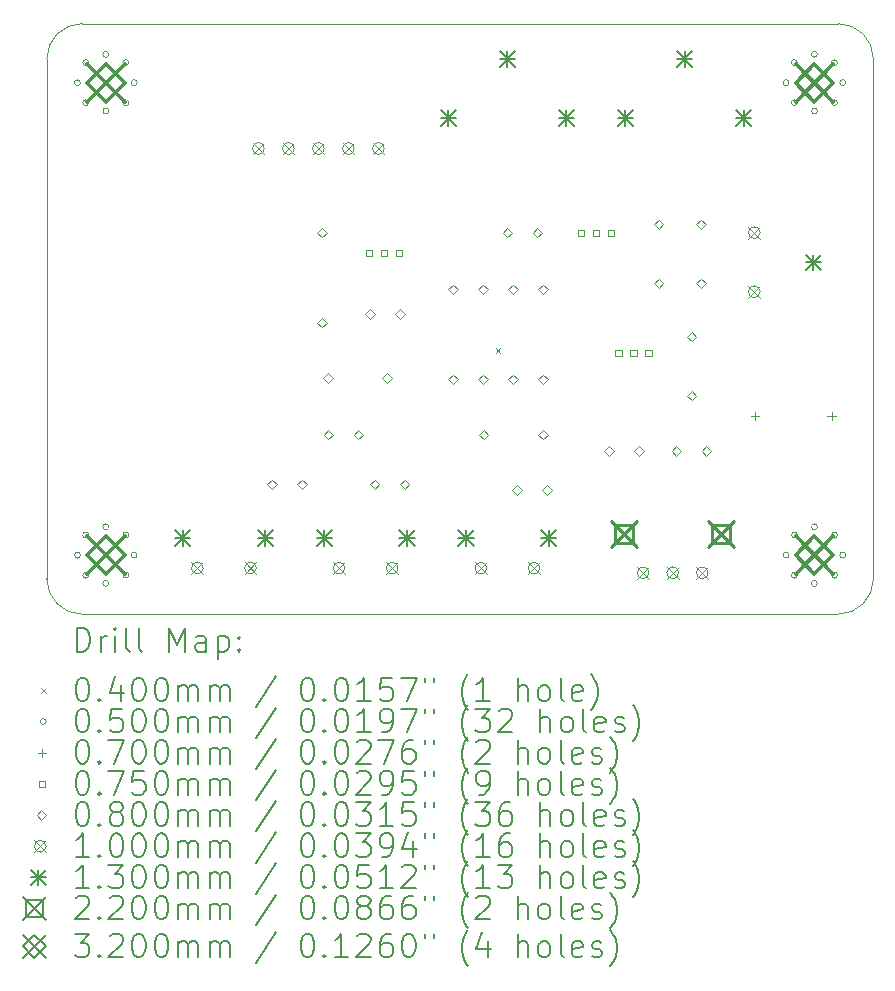
<source format=gbr>
%TF.GenerationSoftware,KiCad,Pcbnew,7.0.10-7.0.10~ubuntu22.04.1*%
%TF.CreationDate,2024-01-03T17:28:31-08:00*%
%TF.ProjectId,EtherKeyerMini,45746865-724b-4657-9965-724d696e692e,A*%
%TF.SameCoordinates,Original*%
%TF.FileFunction,Drillmap*%
%TF.FilePolarity,Positive*%
%FSLAX45Y45*%
G04 Gerber Fmt 4.5, Leading zero omitted, Abs format (unit mm)*
G04 Created by KiCad (PCBNEW 7.0.10-7.0.10~ubuntu22.04.1) date 2024-01-03 17:28:31*
%MOMM*%
%LPD*%
G01*
G04 APERTURE LIST*
%ADD10C,0.100000*%
%ADD11C,0.200000*%
%ADD12C,0.130000*%
%ADD13C,0.220000*%
%ADD14C,0.320000*%
G04 APERTURE END LIST*
D10*
X16700000Y-10000000D02*
G75*
G03*
X17000000Y-9700000I0J300000D01*
G01*
X17000000Y-5300000D02*
G75*
G03*
X16700000Y-5000000I-300000J0D01*
G01*
X10300000Y-5000000D02*
G75*
G03*
X10000000Y-5300000I0J-300000D01*
G01*
X10000000Y-5300000D02*
X10000000Y-9700000D01*
X17000000Y-5300000D02*
X17000000Y-9700000D01*
X10000000Y-9700000D02*
G75*
G03*
X10300000Y-10000000I300000J0D01*
G01*
X16700000Y-5000000D02*
X10300000Y-5000000D01*
X10300000Y-10000000D02*
X16700000Y-10000000D01*
D11*
D10*
X13800000Y-7750000D02*
X13840000Y-7790000D01*
X13840000Y-7750000D02*
X13800000Y-7790000D01*
X10285000Y-5500000D02*
G75*
G03*
X10235000Y-5500000I-25000J0D01*
G01*
X10235000Y-5500000D02*
G75*
G03*
X10285000Y-5500000I25000J0D01*
G01*
X10285000Y-9500000D02*
G75*
G03*
X10235000Y-9500000I-25000J0D01*
G01*
X10235000Y-9500000D02*
G75*
G03*
X10285000Y-9500000I25000J0D01*
G01*
X10355294Y-5330294D02*
G75*
G03*
X10305294Y-5330294I-25000J0D01*
G01*
X10305294Y-5330294D02*
G75*
G03*
X10355294Y-5330294I25000J0D01*
G01*
X10355294Y-5669706D02*
G75*
G03*
X10305294Y-5669706I-25000J0D01*
G01*
X10305294Y-5669706D02*
G75*
G03*
X10355294Y-5669706I25000J0D01*
G01*
X10355294Y-9330294D02*
G75*
G03*
X10305294Y-9330294I-25000J0D01*
G01*
X10305294Y-9330294D02*
G75*
G03*
X10355294Y-9330294I25000J0D01*
G01*
X10355294Y-9669706D02*
G75*
G03*
X10305294Y-9669706I-25000J0D01*
G01*
X10305294Y-9669706D02*
G75*
G03*
X10355294Y-9669706I25000J0D01*
G01*
X10525000Y-5260000D02*
G75*
G03*
X10475000Y-5260000I-25000J0D01*
G01*
X10475000Y-5260000D02*
G75*
G03*
X10525000Y-5260000I25000J0D01*
G01*
X10525000Y-5740000D02*
G75*
G03*
X10475000Y-5740000I-25000J0D01*
G01*
X10475000Y-5740000D02*
G75*
G03*
X10525000Y-5740000I25000J0D01*
G01*
X10525000Y-9260000D02*
G75*
G03*
X10475000Y-9260000I-25000J0D01*
G01*
X10475000Y-9260000D02*
G75*
G03*
X10525000Y-9260000I25000J0D01*
G01*
X10525000Y-9740000D02*
G75*
G03*
X10475000Y-9740000I-25000J0D01*
G01*
X10475000Y-9740000D02*
G75*
G03*
X10525000Y-9740000I25000J0D01*
G01*
X10694706Y-5330294D02*
G75*
G03*
X10644706Y-5330294I-25000J0D01*
G01*
X10644706Y-5330294D02*
G75*
G03*
X10694706Y-5330294I25000J0D01*
G01*
X10694706Y-5669706D02*
G75*
G03*
X10644706Y-5669706I-25000J0D01*
G01*
X10644706Y-5669706D02*
G75*
G03*
X10694706Y-5669706I25000J0D01*
G01*
X10694706Y-9330294D02*
G75*
G03*
X10644706Y-9330294I-25000J0D01*
G01*
X10644706Y-9330294D02*
G75*
G03*
X10694706Y-9330294I25000J0D01*
G01*
X10694706Y-9669706D02*
G75*
G03*
X10644706Y-9669706I-25000J0D01*
G01*
X10644706Y-9669706D02*
G75*
G03*
X10694706Y-9669706I25000J0D01*
G01*
X10765000Y-5500000D02*
G75*
G03*
X10715000Y-5500000I-25000J0D01*
G01*
X10715000Y-5500000D02*
G75*
G03*
X10765000Y-5500000I25000J0D01*
G01*
X10765000Y-9500000D02*
G75*
G03*
X10715000Y-9500000I-25000J0D01*
G01*
X10715000Y-9500000D02*
G75*
G03*
X10765000Y-9500000I25000J0D01*
G01*
X16285000Y-5500000D02*
G75*
G03*
X16235000Y-5500000I-25000J0D01*
G01*
X16235000Y-5500000D02*
G75*
G03*
X16285000Y-5500000I25000J0D01*
G01*
X16285000Y-9500000D02*
G75*
G03*
X16235000Y-9500000I-25000J0D01*
G01*
X16235000Y-9500000D02*
G75*
G03*
X16285000Y-9500000I25000J0D01*
G01*
X16355294Y-5330294D02*
G75*
G03*
X16305294Y-5330294I-25000J0D01*
G01*
X16305294Y-5330294D02*
G75*
G03*
X16355294Y-5330294I25000J0D01*
G01*
X16355294Y-5669706D02*
G75*
G03*
X16305294Y-5669706I-25000J0D01*
G01*
X16305294Y-5669706D02*
G75*
G03*
X16355294Y-5669706I25000J0D01*
G01*
X16355294Y-9330294D02*
G75*
G03*
X16305294Y-9330294I-25000J0D01*
G01*
X16305294Y-9330294D02*
G75*
G03*
X16355294Y-9330294I25000J0D01*
G01*
X16355294Y-9669706D02*
G75*
G03*
X16305294Y-9669706I-25000J0D01*
G01*
X16305294Y-9669706D02*
G75*
G03*
X16355294Y-9669706I25000J0D01*
G01*
X16525000Y-5260000D02*
G75*
G03*
X16475000Y-5260000I-25000J0D01*
G01*
X16475000Y-5260000D02*
G75*
G03*
X16525000Y-5260000I25000J0D01*
G01*
X16525000Y-5740000D02*
G75*
G03*
X16475000Y-5740000I-25000J0D01*
G01*
X16475000Y-5740000D02*
G75*
G03*
X16525000Y-5740000I25000J0D01*
G01*
X16525000Y-9260000D02*
G75*
G03*
X16475000Y-9260000I-25000J0D01*
G01*
X16475000Y-9260000D02*
G75*
G03*
X16525000Y-9260000I25000J0D01*
G01*
X16525000Y-9740000D02*
G75*
G03*
X16475000Y-9740000I-25000J0D01*
G01*
X16475000Y-9740000D02*
G75*
G03*
X16525000Y-9740000I25000J0D01*
G01*
X16694706Y-5330294D02*
G75*
G03*
X16644706Y-5330294I-25000J0D01*
G01*
X16644706Y-5330294D02*
G75*
G03*
X16694706Y-5330294I25000J0D01*
G01*
X16694706Y-5669706D02*
G75*
G03*
X16644706Y-5669706I-25000J0D01*
G01*
X16644706Y-5669706D02*
G75*
G03*
X16694706Y-5669706I25000J0D01*
G01*
X16694706Y-9330294D02*
G75*
G03*
X16644706Y-9330294I-25000J0D01*
G01*
X16644706Y-9330294D02*
G75*
G03*
X16694706Y-9330294I25000J0D01*
G01*
X16694706Y-9669706D02*
G75*
G03*
X16644706Y-9669706I-25000J0D01*
G01*
X16644706Y-9669706D02*
G75*
G03*
X16694706Y-9669706I25000J0D01*
G01*
X16765000Y-5500000D02*
G75*
G03*
X16715000Y-5500000I-25000J0D01*
G01*
X16715000Y-5500000D02*
G75*
G03*
X16765000Y-5500000I25000J0D01*
G01*
X16765000Y-9500000D02*
G75*
G03*
X16715000Y-9500000I-25000J0D01*
G01*
X16715000Y-9500000D02*
G75*
G03*
X16765000Y-9500000I25000J0D01*
G01*
X15995000Y-8285000D02*
X15995000Y-8355000D01*
X15960000Y-8320000D02*
X16030000Y-8320000D01*
X16645000Y-8285000D02*
X16645000Y-8355000D01*
X16610000Y-8320000D02*
X16680000Y-8320000D01*
X12752517Y-6966517D02*
X12752517Y-6913483D01*
X12699483Y-6913483D01*
X12699483Y-6966517D01*
X12752517Y-6966517D01*
X12879517Y-6966517D02*
X12879517Y-6913483D01*
X12826483Y-6913483D01*
X12826483Y-6966517D01*
X12879517Y-6966517D01*
X13006517Y-6966517D02*
X13006517Y-6913483D01*
X12953483Y-6913483D01*
X12953483Y-6966517D01*
X13006517Y-6966517D01*
X14552517Y-6796517D02*
X14552517Y-6743483D01*
X14499483Y-6743483D01*
X14499483Y-6796517D01*
X14552517Y-6796517D01*
X14679517Y-6796517D02*
X14679517Y-6743483D01*
X14626483Y-6743483D01*
X14626483Y-6796517D01*
X14679517Y-6796517D01*
X14806517Y-6796517D02*
X14806517Y-6743483D01*
X14753483Y-6743483D01*
X14753483Y-6796517D01*
X14806517Y-6796517D01*
X14866517Y-7816517D02*
X14866517Y-7763483D01*
X14813483Y-7763483D01*
X14813483Y-7816517D01*
X14866517Y-7816517D01*
X14993517Y-7816517D02*
X14993517Y-7763483D01*
X14940483Y-7763483D01*
X14940483Y-7816517D01*
X14993517Y-7816517D01*
X15120517Y-7816517D02*
X15120517Y-7763483D01*
X15067483Y-7763483D01*
X15067483Y-7816517D01*
X15120517Y-7816517D01*
X11906000Y-8940000D02*
X11946000Y-8900000D01*
X11906000Y-8860000D01*
X11866000Y-8900000D01*
X11906000Y-8940000D01*
X12160000Y-8940000D02*
X12200000Y-8900000D01*
X12160000Y-8860000D01*
X12120000Y-8900000D01*
X12160000Y-8940000D01*
X12330000Y-6809000D02*
X12370000Y-6769000D01*
X12330000Y-6729000D01*
X12290000Y-6769000D01*
X12330000Y-6809000D01*
X12330000Y-7571000D02*
X12370000Y-7531000D01*
X12330000Y-7491000D01*
X12290000Y-7531000D01*
X12330000Y-7571000D01*
X12380000Y-8040000D02*
X12420000Y-8000000D01*
X12380000Y-7960000D01*
X12340000Y-8000000D01*
X12380000Y-8040000D01*
X12385500Y-8520000D02*
X12425500Y-8480000D01*
X12385500Y-8440000D01*
X12345500Y-8480000D01*
X12385500Y-8520000D01*
X12639500Y-8520000D02*
X12679500Y-8480000D01*
X12639500Y-8440000D01*
X12599500Y-8480000D01*
X12639500Y-8520000D01*
X12736000Y-7500000D02*
X12776000Y-7460000D01*
X12736000Y-7420000D01*
X12696000Y-7460000D01*
X12736000Y-7500000D01*
X12776000Y-8940000D02*
X12816000Y-8900000D01*
X12776000Y-8860000D01*
X12736000Y-8900000D01*
X12776000Y-8940000D01*
X12880000Y-8040000D02*
X12920000Y-8000000D01*
X12880000Y-7960000D01*
X12840000Y-8000000D01*
X12880000Y-8040000D01*
X12990000Y-7500000D02*
X13030000Y-7460000D01*
X12990000Y-7420000D01*
X12950000Y-7460000D01*
X12990000Y-7500000D01*
X13030000Y-8940000D02*
X13070000Y-8900000D01*
X13030000Y-8860000D01*
X12990000Y-8900000D01*
X13030000Y-8940000D01*
X13438000Y-7290000D02*
X13478000Y-7250000D01*
X13438000Y-7210000D01*
X13398000Y-7250000D01*
X13438000Y-7290000D01*
X13438000Y-8052000D02*
X13478000Y-8012000D01*
X13438000Y-7972000D01*
X13398000Y-8012000D01*
X13438000Y-8052000D01*
X13692000Y-7290000D02*
X13732000Y-7250000D01*
X13692000Y-7210000D01*
X13652000Y-7250000D01*
X13692000Y-7290000D01*
X13692000Y-8052000D02*
X13732000Y-8012000D01*
X13692000Y-7972000D01*
X13652000Y-8012000D01*
X13692000Y-8052000D01*
X13700000Y-8520000D02*
X13740000Y-8480000D01*
X13700000Y-8440000D01*
X13660000Y-8480000D01*
X13700000Y-8520000D01*
X13900000Y-6810000D02*
X13940000Y-6770000D01*
X13900000Y-6730000D01*
X13860000Y-6770000D01*
X13900000Y-6810000D01*
X13946000Y-7290000D02*
X13986000Y-7250000D01*
X13946000Y-7210000D01*
X13906000Y-7250000D01*
X13946000Y-7290000D01*
X13946000Y-8052000D02*
X13986000Y-8012000D01*
X13946000Y-7972000D01*
X13906000Y-8012000D01*
X13946000Y-8052000D01*
X13980000Y-8990000D02*
X14020000Y-8950000D01*
X13980000Y-8910000D01*
X13940000Y-8950000D01*
X13980000Y-8990000D01*
X14154000Y-6810000D02*
X14194000Y-6770000D01*
X14154000Y-6730000D01*
X14114000Y-6770000D01*
X14154000Y-6810000D01*
X14200000Y-7290000D02*
X14240000Y-7250000D01*
X14200000Y-7210000D01*
X14160000Y-7250000D01*
X14200000Y-7290000D01*
X14200000Y-8052000D02*
X14240000Y-8012000D01*
X14200000Y-7972000D01*
X14160000Y-8012000D01*
X14200000Y-8052000D01*
X14200000Y-8520000D02*
X14240000Y-8480000D01*
X14200000Y-8440000D01*
X14160000Y-8480000D01*
X14200000Y-8520000D01*
X14234000Y-8990000D02*
X14274000Y-8950000D01*
X14234000Y-8910000D01*
X14194000Y-8950000D01*
X14234000Y-8990000D01*
X14760000Y-8660000D02*
X14800000Y-8620000D01*
X14760000Y-8580000D01*
X14720000Y-8620000D01*
X14760000Y-8660000D01*
X15014000Y-8660000D02*
X15054000Y-8620000D01*
X15014000Y-8580000D01*
X14974000Y-8620000D01*
X15014000Y-8660000D01*
X15180000Y-6740000D02*
X15220000Y-6700000D01*
X15180000Y-6660000D01*
X15140000Y-6700000D01*
X15180000Y-6740000D01*
X15180000Y-7240000D02*
X15220000Y-7200000D01*
X15180000Y-7160000D01*
X15140000Y-7200000D01*
X15180000Y-7240000D01*
X15330000Y-8660000D02*
X15370000Y-8620000D01*
X15330000Y-8580000D01*
X15290000Y-8620000D01*
X15330000Y-8660000D01*
X15460000Y-7690000D02*
X15500000Y-7650000D01*
X15460000Y-7610000D01*
X15420000Y-7650000D01*
X15460000Y-7690000D01*
X15460000Y-8190000D02*
X15500000Y-8150000D01*
X15460000Y-8110000D01*
X15420000Y-8150000D01*
X15460000Y-8190000D01*
X15540000Y-6740000D02*
X15580000Y-6700000D01*
X15540000Y-6660000D01*
X15500000Y-6700000D01*
X15540000Y-6740000D01*
X15540000Y-7240000D02*
X15580000Y-7200000D01*
X15540000Y-7160000D01*
X15500000Y-7200000D01*
X15540000Y-7240000D01*
X15584000Y-8660000D02*
X15624000Y-8620000D01*
X15584000Y-8580000D01*
X15544000Y-8620000D01*
X15584000Y-8660000D01*
X11225000Y-9560000D02*
X11325000Y-9660000D01*
X11325000Y-9560000D02*
X11225000Y-9660000D01*
X11325000Y-9610000D02*
G75*
G03*
X11225000Y-9610000I-50000J0D01*
G01*
X11225000Y-9610000D02*
G75*
G03*
X11325000Y-9610000I50000J0D01*
G01*
X11675000Y-9560000D02*
X11775000Y-9660000D01*
X11775000Y-9560000D02*
X11675000Y-9660000D01*
X11775000Y-9610000D02*
G75*
G03*
X11675000Y-9610000I-50000J0D01*
G01*
X11675000Y-9610000D02*
G75*
G03*
X11775000Y-9610000I50000J0D01*
G01*
X11742500Y-6007500D02*
X11842500Y-6107500D01*
X11842500Y-6007500D02*
X11742500Y-6107500D01*
X11842500Y-6057500D02*
G75*
G03*
X11742500Y-6057500I-50000J0D01*
G01*
X11742500Y-6057500D02*
G75*
G03*
X11842500Y-6057500I50000J0D01*
G01*
X11996500Y-6007500D02*
X12096500Y-6107500D01*
X12096500Y-6007500D02*
X11996500Y-6107500D01*
X12096500Y-6057500D02*
G75*
G03*
X11996500Y-6057500I-50000J0D01*
G01*
X11996500Y-6057500D02*
G75*
G03*
X12096500Y-6057500I50000J0D01*
G01*
X12250500Y-6007500D02*
X12350500Y-6107500D01*
X12350500Y-6007500D02*
X12250500Y-6107500D01*
X12350500Y-6057500D02*
G75*
G03*
X12250500Y-6057500I-50000J0D01*
G01*
X12250500Y-6057500D02*
G75*
G03*
X12350500Y-6057500I50000J0D01*
G01*
X12425000Y-9560000D02*
X12525000Y-9660000D01*
X12525000Y-9560000D02*
X12425000Y-9660000D01*
X12525000Y-9610000D02*
G75*
G03*
X12425000Y-9610000I-50000J0D01*
G01*
X12425000Y-9610000D02*
G75*
G03*
X12525000Y-9610000I50000J0D01*
G01*
X12504500Y-6007500D02*
X12604500Y-6107500D01*
X12604500Y-6007500D02*
X12504500Y-6107500D01*
X12604500Y-6057500D02*
G75*
G03*
X12504500Y-6057500I-50000J0D01*
G01*
X12504500Y-6057500D02*
G75*
G03*
X12604500Y-6057500I50000J0D01*
G01*
X12758500Y-6007500D02*
X12858500Y-6107500D01*
X12858500Y-6007500D02*
X12758500Y-6107500D01*
X12858500Y-6057500D02*
G75*
G03*
X12758500Y-6057500I-50000J0D01*
G01*
X12758500Y-6057500D02*
G75*
G03*
X12858500Y-6057500I50000J0D01*
G01*
X12875000Y-9560000D02*
X12975000Y-9660000D01*
X12975000Y-9560000D02*
X12875000Y-9660000D01*
X12975000Y-9610000D02*
G75*
G03*
X12875000Y-9610000I-50000J0D01*
G01*
X12875000Y-9610000D02*
G75*
G03*
X12975000Y-9610000I50000J0D01*
G01*
X13625000Y-9560000D02*
X13725000Y-9660000D01*
X13725000Y-9560000D02*
X13625000Y-9660000D01*
X13725000Y-9610000D02*
G75*
G03*
X13625000Y-9610000I-50000J0D01*
G01*
X13625000Y-9610000D02*
G75*
G03*
X13725000Y-9610000I50000J0D01*
G01*
X14075000Y-9560000D02*
X14175000Y-9660000D01*
X14175000Y-9560000D02*
X14075000Y-9660000D01*
X14175000Y-9610000D02*
G75*
G03*
X14075000Y-9610000I-50000J0D01*
G01*
X14075000Y-9610000D02*
G75*
G03*
X14175000Y-9610000I50000J0D01*
G01*
X15000000Y-9600000D02*
X15100000Y-9700000D01*
X15100000Y-9600000D02*
X15000000Y-9700000D01*
X15100000Y-9650000D02*
G75*
G03*
X15000000Y-9650000I-50000J0D01*
G01*
X15000000Y-9650000D02*
G75*
G03*
X15100000Y-9650000I50000J0D01*
G01*
X15250000Y-9600000D02*
X15350000Y-9700000D01*
X15350000Y-9600000D02*
X15250000Y-9700000D01*
X15350000Y-9650000D02*
G75*
G03*
X15250000Y-9650000I-50000J0D01*
G01*
X15250000Y-9650000D02*
G75*
G03*
X15350000Y-9650000I50000J0D01*
G01*
X15500000Y-9600000D02*
X15600000Y-9700000D01*
X15600000Y-9600000D02*
X15500000Y-9700000D01*
X15600000Y-9650000D02*
G75*
G03*
X15500000Y-9650000I-50000J0D01*
G01*
X15500000Y-9650000D02*
G75*
G03*
X15600000Y-9650000I50000J0D01*
G01*
X15940000Y-6720000D02*
X16040000Y-6820000D01*
X16040000Y-6720000D02*
X15940000Y-6820000D01*
X16040000Y-6770000D02*
G75*
G03*
X15940000Y-6770000I-50000J0D01*
G01*
X15940000Y-6770000D02*
G75*
G03*
X16040000Y-6770000I50000J0D01*
G01*
X15940000Y-7220000D02*
X16040000Y-7320000D01*
X16040000Y-7220000D02*
X15940000Y-7320000D01*
X16040000Y-7270000D02*
G75*
G03*
X15940000Y-7270000I-50000J0D01*
G01*
X15940000Y-7270000D02*
G75*
G03*
X16040000Y-7270000I50000J0D01*
G01*
D12*
X11085000Y-9290000D02*
X11215000Y-9420000D01*
X11215000Y-9290000D02*
X11085000Y-9420000D01*
X11150000Y-9290000D02*
X11150000Y-9420000D01*
X11085000Y-9355000D02*
X11215000Y-9355000D01*
X11785000Y-9290000D02*
X11915000Y-9420000D01*
X11915000Y-9290000D02*
X11785000Y-9420000D01*
X11850000Y-9290000D02*
X11850000Y-9420000D01*
X11785000Y-9355000D02*
X11915000Y-9355000D01*
X12285000Y-9290000D02*
X12415000Y-9420000D01*
X12415000Y-9290000D02*
X12285000Y-9420000D01*
X12350000Y-9290000D02*
X12350000Y-9420000D01*
X12285000Y-9355000D02*
X12415000Y-9355000D01*
X12985000Y-9290000D02*
X13115000Y-9420000D01*
X13115000Y-9290000D02*
X12985000Y-9420000D01*
X13050000Y-9290000D02*
X13050000Y-9420000D01*
X12985000Y-9355000D02*
X13115000Y-9355000D01*
X13335000Y-5735000D02*
X13465000Y-5865000D01*
X13465000Y-5735000D02*
X13335000Y-5865000D01*
X13400000Y-5735000D02*
X13400000Y-5865000D01*
X13335000Y-5800000D02*
X13465000Y-5800000D01*
X13485000Y-9290000D02*
X13615000Y-9420000D01*
X13615000Y-9290000D02*
X13485000Y-9420000D01*
X13550000Y-9290000D02*
X13550000Y-9420000D01*
X13485000Y-9355000D02*
X13615000Y-9355000D01*
X13835000Y-5235000D02*
X13965000Y-5365000D01*
X13965000Y-5235000D02*
X13835000Y-5365000D01*
X13900000Y-5235000D02*
X13900000Y-5365000D01*
X13835000Y-5300000D02*
X13965000Y-5300000D01*
X14185000Y-9290000D02*
X14315000Y-9420000D01*
X14315000Y-9290000D02*
X14185000Y-9420000D01*
X14250000Y-9290000D02*
X14250000Y-9420000D01*
X14185000Y-9355000D02*
X14315000Y-9355000D01*
X14335000Y-5735000D02*
X14465000Y-5865000D01*
X14465000Y-5735000D02*
X14335000Y-5865000D01*
X14400000Y-5735000D02*
X14400000Y-5865000D01*
X14335000Y-5800000D02*
X14465000Y-5800000D01*
X14835000Y-5735000D02*
X14965000Y-5865000D01*
X14965000Y-5735000D02*
X14835000Y-5865000D01*
X14900000Y-5735000D02*
X14900000Y-5865000D01*
X14835000Y-5800000D02*
X14965000Y-5800000D01*
X15335000Y-5235000D02*
X15465000Y-5365000D01*
X15465000Y-5235000D02*
X15335000Y-5365000D01*
X15400000Y-5235000D02*
X15400000Y-5365000D01*
X15335000Y-5300000D02*
X15465000Y-5300000D01*
X15835000Y-5735000D02*
X15965000Y-5865000D01*
X15965000Y-5735000D02*
X15835000Y-5865000D01*
X15900000Y-5735000D02*
X15900000Y-5865000D01*
X15835000Y-5800000D02*
X15965000Y-5800000D01*
X16425000Y-6955000D02*
X16555000Y-7085000D01*
X16555000Y-6955000D02*
X16425000Y-7085000D01*
X16490000Y-6955000D02*
X16490000Y-7085000D01*
X16425000Y-7020000D02*
X16555000Y-7020000D01*
D13*
X14780000Y-9210000D02*
X15000000Y-9430000D01*
X15000000Y-9210000D02*
X14780000Y-9430000D01*
X14967782Y-9397783D02*
X14967782Y-9242218D01*
X14812217Y-9242218D01*
X14812217Y-9397783D01*
X14967782Y-9397783D01*
X15600000Y-9210000D02*
X15820000Y-9430000D01*
X15820000Y-9210000D02*
X15600000Y-9430000D01*
X15787782Y-9397783D02*
X15787782Y-9242218D01*
X15632217Y-9242218D01*
X15632217Y-9397783D01*
X15787782Y-9397783D01*
D14*
X10340000Y-5340000D02*
X10660000Y-5660000D01*
X10660000Y-5340000D02*
X10340000Y-5660000D01*
X10500000Y-5660000D02*
X10660000Y-5500000D01*
X10500000Y-5340000D01*
X10340000Y-5500000D01*
X10500000Y-5660000D01*
X10340000Y-9340000D02*
X10660000Y-9660000D01*
X10660000Y-9340000D02*
X10340000Y-9660000D01*
X10500000Y-9660000D02*
X10660000Y-9500000D01*
X10500000Y-9340000D01*
X10340000Y-9500000D01*
X10500000Y-9660000D01*
X16340000Y-5340000D02*
X16660000Y-5660000D01*
X16660000Y-5340000D02*
X16340000Y-5660000D01*
X16500000Y-5660000D02*
X16660000Y-5500000D01*
X16500000Y-5340000D01*
X16340000Y-5500000D01*
X16500000Y-5660000D01*
X16340000Y-9340000D02*
X16660000Y-9660000D01*
X16660000Y-9340000D02*
X16340000Y-9660000D01*
X16500000Y-9660000D02*
X16660000Y-9500000D01*
X16500000Y-9340000D01*
X16340000Y-9500000D01*
X16500000Y-9660000D01*
D11*
X10255777Y-10316484D02*
X10255777Y-10116484D01*
X10255777Y-10116484D02*
X10303396Y-10116484D01*
X10303396Y-10116484D02*
X10331967Y-10126008D01*
X10331967Y-10126008D02*
X10351015Y-10145055D01*
X10351015Y-10145055D02*
X10360539Y-10164103D01*
X10360539Y-10164103D02*
X10370063Y-10202198D01*
X10370063Y-10202198D02*
X10370063Y-10230770D01*
X10370063Y-10230770D02*
X10360539Y-10268865D01*
X10360539Y-10268865D02*
X10351015Y-10287912D01*
X10351015Y-10287912D02*
X10331967Y-10306960D01*
X10331967Y-10306960D02*
X10303396Y-10316484D01*
X10303396Y-10316484D02*
X10255777Y-10316484D01*
X10455777Y-10316484D02*
X10455777Y-10183150D01*
X10455777Y-10221246D02*
X10465301Y-10202198D01*
X10465301Y-10202198D02*
X10474824Y-10192674D01*
X10474824Y-10192674D02*
X10493872Y-10183150D01*
X10493872Y-10183150D02*
X10512920Y-10183150D01*
X10579586Y-10316484D02*
X10579586Y-10183150D01*
X10579586Y-10116484D02*
X10570063Y-10126008D01*
X10570063Y-10126008D02*
X10579586Y-10135531D01*
X10579586Y-10135531D02*
X10589110Y-10126008D01*
X10589110Y-10126008D02*
X10579586Y-10116484D01*
X10579586Y-10116484D02*
X10579586Y-10135531D01*
X10703396Y-10316484D02*
X10684348Y-10306960D01*
X10684348Y-10306960D02*
X10674824Y-10287912D01*
X10674824Y-10287912D02*
X10674824Y-10116484D01*
X10808158Y-10316484D02*
X10789110Y-10306960D01*
X10789110Y-10306960D02*
X10779586Y-10287912D01*
X10779586Y-10287912D02*
X10779586Y-10116484D01*
X11036729Y-10316484D02*
X11036729Y-10116484D01*
X11036729Y-10116484D02*
X11103396Y-10259341D01*
X11103396Y-10259341D02*
X11170063Y-10116484D01*
X11170063Y-10116484D02*
X11170063Y-10316484D01*
X11351015Y-10316484D02*
X11351015Y-10211722D01*
X11351015Y-10211722D02*
X11341491Y-10192674D01*
X11341491Y-10192674D02*
X11322443Y-10183150D01*
X11322443Y-10183150D02*
X11284348Y-10183150D01*
X11284348Y-10183150D02*
X11265301Y-10192674D01*
X11351015Y-10306960D02*
X11331967Y-10316484D01*
X11331967Y-10316484D02*
X11284348Y-10316484D01*
X11284348Y-10316484D02*
X11265301Y-10306960D01*
X11265301Y-10306960D02*
X11255777Y-10287912D01*
X11255777Y-10287912D02*
X11255777Y-10268865D01*
X11255777Y-10268865D02*
X11265301Y-10249817D01*
X11265301Y-10249817D02*
X11284348Y-10240293D01*
X11284348Y-10240293D02*
X11331967Y-10240293D01*
X11331967Y-10240293D02*
X11351015Y-10230770D01*
X11446253Y-10183150D02*
X11446253Y-10383150D01*
X11446253Y-10192674D02*
X11465301Y-10183150D01*
X11465301Y-10183150D02*
X11503396Y-10183150D01*
X11503396Y-10183150D02*
X11522443Y-10192674D01*
X11522443Y-10192674D02*
X11531967Y-10202198D01*
X11531967Y-10202198D02*
X11541491Y-10221246D01*
X11541491Y-10221246D02*
X11541491Y-10278389D01*
X11541491Y-10278389D02*
X11531967Y-10297436D01*
X11531967Y-10297436D02*
X11522443Y-10306960D01*
X11522443Y-10306960D02*
X11503396Y-10316484D01*
X11503396Y-10316484D02*
X11465301Y-10316484D01*
X11465301Y-10316484D02*
X11446253Y-10306960D01*
X11627205Y-10297436D02*
X11636729Y-10306960D01*
X11636729Y-10306960D02*
X11627205Y-10316484D01*
X11627205Y-10316484D02*
X11617682Y-10306960D01*
X11617682Y-10306960D02*
X11627205Y-10297436D01*
X11627205Y-10297436D02*
X11627205Y-10316484D01*
X11627205Y-10192674D02*
X11636729Y-10202198D01*
X11636729Y-10202198D02*
X11627205Y-10211722D01*
X11627205Y-10211722D02*
X11617682Y-10202198D01*
X11617682Y-10202198D02*
X11627205Y-10192674D01*
X11627205Y-10192674D02*
X11627205Y-10211722D01*
D10*
X9955000Y-10625000D02*
X9995000Y-10665000D01*
X9995000Y-10625000D02*
X9955000Y-10665000D01*
D11*
X10293872Y-10536484D02*
X10312920Y-10536484D01*
X10312920Y-10536484D02*
X10331967Y-10546008D01*
X10331967Y-10546008D02*
X10341491Y-10555531D01*
X10341491Y-10555531D02*
X10351015Y-10574579D01*
X10351015Y-10574579D02*
X10360539Y-10612674D01*
X10360539Y-10612674D02*
X10360539Y-10660293D01*
X10360539Y-10660293D02*
X10351015Y-10698389D01*
X10351015Y-10698389D02*
X10341491Y-10717436D01*
X10341491Y-10717436D02*
X10331967Y-10726960D01*
X10331967Y-10726960D02*
X10312920Y-10736484D01*
X10312920Y-10736484D02*
X10293872Y-10736484D01*
X10293872Y-10736484D02*
X10274824Y-10726960D01*
X10274824Y-10726960D02*
X10265301Y-10717436D01*
X10265301Y-10717436D02*
X10255777Y-10698389D01*
X10255777Y-10698389D02*
X10246253Y-10660293D01*
X10246253Y-10660293D02*
X10246253Y-10612674D01*
X10246253Y-10612674D02*
X10255777Y-10574579D01*
X10255777Y-10574579D02*
X10265301Y-10555531D01*
X10265301Y-10555531D02*
X10274824Y-10546008D01*
X10274824Y-10546008D02*
X10293872Y-10536484D01*
X10446253Y-10717436D02*
X10455777Y-10726960D01*
X10455777Y-10726960D02*
X10446253Y-10736484D01*
X10446253Y-10736484D02*
X10436729Y-10726960D01*
X10436729Y-10726960D02*
X10446253Y-10717436D01*
X10446253Y-10717436D02*
X10446253Y-10736484D01*
X10627205Y-10603150D02*
X10627205Y-10736484D01*
X10579586Y-10526960D02*
X10531967Y-10669817D01*
X10531967Y-10669817D02*
X10655777Y-10669817D01*
X10770063Y-10536484D02*
X10789110Y-10536484D01*
X10789110Y-10536484D02*
X10808158Y-10546008D01*
X10808158Y-10546008D02*
X10817682Y-10555531D01*
X10817682Y-10555531D02*
X10827205Y-10574579D01*
X10827205Y-10574579D02*
X10836729Y-10612674D01*
X10836729Y-10612674D02*
X10836729Y-10660293D01*
X10836729Y-10660293D02*
X10827205Y-10698389D01*
X10827205Y-10698389D02*
X10817682Y-10717436D01*
X10817682Y-10717436D02*
X10808158Y-10726960D01*
X10808158Y-10726960D02*
X10789110Y-10736484D01*
X10789110Y-10736484D02*
X10770063Y-10736484D01*
X10770063Y-10736484D02*
X10751015Y-10726960D01*
X10751015Y-10726960D02*
X10741491Y-10717436D01*
X10741491Y-10717436D02*
X10731967Y-10698389D01*
X10731967Y-10698389D02*
X10722444Y-10660293D01*
X10722444Y-10660293D02*
X10722444Y-10612674D01*
X10722444Y-10612674D02*
X10731967Y-10574579D01*
X10731967Y-10574579D02*
X10741491Y-10555531D01*
X10741491Y-10555531D02*
X10751015Y-10546008D01*
X10751015Y-10546008D02*
X10770063Y-10536484D01*
X10960539Y-10536484D02*
X10979586Y-10536484D01*
X10979586Y-10536484D02*
X10998634Y-10546008D01*
X10998634Y-10546008D02*
X11008158Y-10555531D01*
X11008158Y-10555531D02*
X11017682Y-10574579D01*
X11017682Y-10574579D02*
X11027205Y-10612674D01*
X11027205Y-10612674D02*
X11027205Y-10660293D01*
X11027205Y-10660293D02*
X11017682Y-10698389D01*
X11017682Y-10698389D02*
X11008158Y-10717436D01*
X11008158Y-10717436D02*
X10998634Y-10726960D01*
X10998634Y-10726960D02*
X10979586Y-10736484D01*
X10979586Y-10736484D02*
X10960539Y-10736484D01*
X10960539Y-10736484D02*
X10941491Y-10726960D01*
X10941491Y-10726960D02*
X10931967Y-10717436D01*
X10931967Y-10717436D02*
X10922444Y-10698389D01*
X10922444Y-10698389D02*
X10912920Y-10660293D01*
X10912920Y-10660293D02*
X10912920Y-10612674D01*
X10912920Y-10612674D02*
X10922444Y-10574579D01*
X10922444Y-10574579D02*
X10931967Y-10555531D01*
X10931967Y-10555531D02*
X10941491Y-10546008D01*
X10941491Y-10546008D02*
X10960539Y-10536484D01*
X11112920Y-10736484D02*
X11112920Y-10603150D01*
X11112920Y-10622198D02*
X11122444Y-10612674D01*
X11122444Y-10612674D02*
X11141491Y-10603150D01*
X11141491Y-10603150D02*
X11170063Y-10603150D01*
X11170063Y-10603150D02*
X11189110Y-10612674D01*
X11189110Y-10612674D02*
X11198634Y-10631722D01*
X11198634Y-10631722D02*
X11198634Y-10736484D01*
X11198634Y-10631722D02*
X11208158Y-10612674D01*
X11208158Y-10612674D02*
X11227205Y-10603150D01*
X11227205Y-10603150D02*
X11255777Y-10603150D01*
X11255777Y-10603150D02*
X11274824Y-10612674D01*
X11274824Y-10612674D02*
X11284348Y-10631722D01*
X11284348Y-10631722D02*
X11284348Y-10736484D01*
X11379586Y-10736484D02*
X11379586Y-10603150D01*
X11379586Y-10622198D02*
X11389110Y-10612674D01*
X11389110Y-10612674D02*
X11408158Y-10603150D01*
X11408158Y-10603150D02*
X11436729Y-10603150D01*
X11436729Y-10603150D02*
X11455777Y-10612674D01*
X11455777Y-10612674D02*
X11465301Y-10631722D01*
X11465301Y-10631722D02*
X11465301Y-10736484D01*
X11465301Y-10631722D02*
X11474824Y-10612674D01*
X11474824Y-10612674D02*
X11493872Y-10603150D01*
X11493872Y-10603150D02*
X11522443Y-10603150D01*
X11522443Y-10603150D02*
X11541491Y-10612674D01*
X11541491Y-10612674D02*
X11551015Y-10631722D01*
X11551015Y-10631722D02*
X11551015Y-10736484D01*
X11941491Y-10526960D02*
X11770063Y-10784103D01*
X12198634Y-10536484D02*
X12217682Y-10536484D01*
X12217682Y-10536484D02*
X12236729Y-10546008D01*
X12236729Y-10546008D02*
X12246253Y-10555531D01*
X12246253Y-10555531D02*
X12255777Y-10574579D01*
X12255777Y-10574579D02*
X12265301Y-10612674D01*
X12265301Y-10612674D02*
X12265301Y-10660293D01*
X12265301Y-10660293D02*
X12255777Y-10698389D01*
X12255777Y-10698389D02*
X12246253Y-10717436D01*
X12246253Y-10717436D02*
X12236729Y-10726960D01*
X12236729Y-10726960D02*
X12217682Y-10736484D01*
X12217682Y-10736484D02*
X12198634Y-10736484D01*
X12198634Y-10736484D02*
X12179586Y-10726960D01*
X12179586Y-10726960D02*
X12170063Y-10717436D01*
X12170063Y-10717436D02*
X12160539Y-10698389D01*
X12160539Y-10698389D02*
X12151015Y-10660293D01*
X12151015Y-10660293D02*
X12151015Y-10612674D01*
X12151015Y-10612674D02*
X12160539Y-10574579D01*
X12160539Y-10574579D02*
X12170063Y-10555531D01*
X12170063Y-10555531D02*
X12179586Y-10546008D01*
X12179586Y-10546008D02*
X12198634Y-10536484D01*
X12351015Y-10717436D02*
X12360539Y-10726960D01*
X12360539Y-10726960D02*
X12351015Y-10736484D01*
X12351015Y-10736484D02*
X12341491Y-10726960D01*
X12341491Y-10726960D02*
X12351015Y-10717436D01*
X12351015Y-10717436D02*
X12351015Y-10736484D01*
X12484348Y-10536484D02*
X12503396Y-10536484D01*
X12503396Y-10536484D02*
X12522444Y-10546008D01*
X12522444Y-10546008D02*
X12531967Y-10555531D01*
X12531967Y-10555531D02*
X12541491Y-10574579D01*
X12541491Y-10574579D02*
X12551015Y-10612674D01*
X12551015Y-10612674D02*
X12551015Y-10660293D01*
X12551015Y-10660293D02*
X12541491Y-10698389D01*
X12541491Y-10698389D02*
X12531967Y-10717436D01*
X12531967Y-10717436D02*
X12522444Y-10726960D01*
X12522444Y-10726960D02*
X12503396Y-10736484D01*
X12503396Y-10736484D02*
X12484348Y-10736484D01*
X12484348Y-10736484D02*
X12465301Y-10726960D01*
X12465301Y-10726960D02*
X12455777Y-10717436D01*
X12455777Y-10717436D02*
X12446253Y-10698389D01*
X12446253Y-10698389D02*
X12436729Y-10660293D01*
X12436729Y-10660293D02*
X12436729Y-10612674D01*
X12436729Y-10612674D02*
X12446253Y-10574579D01*
X12446253Y-10574579D02*
X12455777Y-10555531D01*
X12455777Y-10555531D02*
X12465301Y-10546008D01*
X12465301Y-10546008D02*
X12484348Y-10536484D01*
X12741491Y-10736484D02*
X12627206Y-10736484D01*
X12684348Y-10736484D02*
X12684348Y-10536484D01*
X12684348Y-10536484D02*
X12665301Y-10565055D01*
X12665301Y-10565055D02*
X12646253Y-10584103D01*
X12646253Y-10584103D02*
X12627206Y-10593627D01*
X12922444Y-10536484D02*
X12827206Y-10536484D01*
X12827206Y-10536484D02*
X12817682Y-10631722D01*
X12817682Y-10631722D02*
X12827206Y-10622198D01*
X12827206Y-10622198D02*
X12846253Y-10612674D01*
X12846253Y-10612674D02*
X12893872Y-10612674D01*
X12893872Y-10612674D02*
X12912920Y-10622198D01*
X12912920Y-10622198D02*
X12922444Y-10631722D01*
X12922444Y-10631722D02*
X12931967Y-10650770D01*
X12931967Y-10650770D02*
X12931967Y-10698389D01*
X12931967Y-10698389D02*
X12922444Y-10717436D01*
X12922444Y-10717436D02*
X12912920Y-10726960D01*
X12912920Y-10726960D02*
X12893872Y-10736484D01*
X12893872Y-10736484D02*
X12846253Y-10736484D01*
X12846253Y-10736484D02*
X12827206Y-10726960D01*
X12827206Y-10726960D02*
X12817682Y-10717436D01*
X12998634Y-10536484D02*
X13131967Y-10536484D01*
X13131967Y-10536484D02*
X13046253Y-10736484D01*
X13198634Y-10536484D02*
X13198634Y-10574579D01*
X13274825Y-10536484D02*
X13274825Y-10574579D01*
X13570063Y-10812674D02*
X13560539Y-10803150D01*
X13560539Y-10803150D02*
X13541491Y-10774579D01*
X13541491Y-10774579D02*
X13531968Y-10755531D01*
X13531968Y-10755531D02*
X13522444Y-10726960D01*
X13522444Y-10726960D02*
X13512920Y-10679341D01*
X13512920Y-10679341D02*
X13512920Y-10641246D01*
X13512920Y-10641246D02*
X13522444Y-10593627D01*
X13522444Y-10593627D02*
X13531968Y-10565055D01*
X13531968Y-10565055D02*
X13541491Y-10546008D01*
X13541491Y-10546008D02*
X13560539Y-10517436D01*
X13560539Y-10517436D02*
X13570063Y-10507912D01*
X13751015Y-10736484D02*
X13636729Y-10736484D01*
X13693872Y-10736484D02*
X13693872Y-10536484D01*
X13693872Y-10536484D02*
X13674825Y-10565055D01*
X13674825Y-10565055D02*
X13655777Y-10584103D01*
X13655777Y-10584103D02*
X13636729Y-10593627D01*
X13989110Y-10736484D02*
X13989110Y-10536484D01*
X14074825Y-10736484D02*
X14074825Y-10631722D01*
X14074825Y-10631722D02*
X14065301Y-10612674D01*
X14065301Y-10612674D02*
X14046253Y-10603150D01*
X14046253Y-10603150D02*
X14017682Y-10603150D01*
X14017682Y-10603150D02*
X13998634Y-10612674D01*
X13998634Y-10612674D02*
X13989110Y-10622198D01*
X14198634Y-10736484D02*
X14179587Y-10726960D01*
X14179587Y-10726960D02*
X14170063Y-10717436D01*
X14170063Y-10717436D02*
X14160539Y-10698389D01*
X14160539Y-10698389D02*
X14160539Y-10641246D01*
X14160539Y-10641246D02*
X14170063Y-10622198D01*
X14170063Y-10622198D02*
X14179587Y-10612674D01*
X14179587Y-10612674D02*
X14198634Y-10603150D01*
X14198634Y-10603150D02*
X14227206Y-10603150D01*
X14227206Y-10603150D02*
X14246253Y-10612674D01*
X14246253Y-10612674D02*
X14255777Y-10622198D01*
X14255777Y-10622198D02*
X14265301Y-10641246D01*
X14265301Y-10641246D02*
X14265301Y-10698389D01*
X14265301Y-10698389D02*
X14255777Y-10717436D01*
X14255777Y-10717436D02*
X14246253Y-10726960D01*
X14246253Y-10726960D02*
X14227206Y-10736484D01*
X14227206Y-10736484D02*
X14198634Y-10736484D01*
X14379587Y-10736484D02*
X14360539Y-10726960D01*
X14360539Y-10726960D02*
X14351015Y-10707912D01*
X14351015Y-10707912D02*
X14351015Y-10536484D01*
X14531968Y-10726960D02*
X14512920Y-10736484D01*
X14512920Y-10736484D02*
X14474825Y-10736484D01*
X14474825Y-10736484D02*
X14455777Y-10726960D01*
X14455777Y-10726960D02*
X14446253Y-10707912D01*
X14446253Y-10707912D02*
X14446253Y-10631722D01*
X14446253Y-10631722D02*
X14455777Y-10612674D01*
X14455777Y-10612674D02*
X14474825Y-10603150D01*
X14474825Y-10603150D02*
X14512920Y-10603150D01*
X14512920Y-10603150D02*
X14531968Y-10612674D01*
X14531968Y-10612674D02*
X14541491Y-10631722D01*
X14541491Y-10631722D02*
X14541491Y-10650770D01*
X14541491Y-10650770D02*
X14446253Y-10669817D01*
X14608158Y-10812674D02*
X14617682Y-10803150D01*
X14617682Y-10803150D02*
X14636730Y-10774579D01*
X14636730Y-10774579D02*
X14646253Y-10755531D01*
X14646253Y-10755531D02*
X14655777Y-10726960D01*
X14655777Y-10726960D02*
X14665301Y-10679341D01*
X14665301Y-10679341D02*
X14665301Y-10641246D01*
X14665301Y-10641246D02*
X14655777Y-10593627D01*
X14655777Y-10593627D02*
X14646253Y-10565055D01*
X14646253Y-10565055D02*
X14636730Y-10546008D01*
X14636730Y-10546008D02*
X14617682Y-10517436D01*
X14617682Y-10517436D02*
X14608158Y-10507912D01*
D10*
X9995000Y-10909000D02*
G75*
G03*
X9945000Y-10909000I-25000J0D01*
G01*
X9945000Y-10909000D02*
G75*
G03*
X9995000Y-10909000I25000J0D01*
G01*
D11*
X10293872Y-10800484D02*
X10312920Y-10800484D01*
X10312920Y-10800484D02*
X10331967Y-10810008D01*
X10331967Y-10810008D02*
X10341491Y-10819531D01*
X10341491Y-10819531D02*
X10351015Y-10838579D01*
X10351015Y-10838579D02*
X10360539Y-10876674D01*
X10360539Y-10876674D02*
X10360539Y-10924293D01*
X10360539Y-10924293D02*
X10351015Y-10962389D01*
X10351015Y-10962389D02*
X10341491Y-10981436D01*
X10341491Y-10981436D02*
X10331967Y-10990960D01*
X10331967Y-10990960D02*
X10312920Y-11000484D01*
X10312920Y-11000484D02*
X10293872Y-11000484D01*
X10293872Y-11000484D02*
X10274824Y-10990960D01*
X10274824Y-10990960D02*
X10265301Y-10981436D01*
X10265301Y-10981436D02*
X10255777Y-10962389D01*
X10255777Y-10962389D02*
X10246253Y-10924293D01*
X10246253Y-10924293D02*
X10246253Y-10876674D01*
X10246253Y-10876674D02*
X10255777Y-10838579D01*
X10255777Y-10838579D02*
X10265301Y-10819531D01*
X10265301Y-10819531D02*
X10274824Y-10810008D01*
X10274824Y-10810008D02*
X10293872Y-10800484D01*
X10446253Y-10981436D02*
X10455777Y-10990960D01*
X10455777Y-10990960D02*
X10446253Y-11000484D01*
X10446253Y-11000484D02*
X10436729Y-10990960D01*
X10436729Y-10990960D02*
X10446253Y-10981436D01*
X10446253Y-10981436D02*
X10446253Y-11000484D01*
X10636729Y-10800484D02*
X10541491Y-10800484D01*
X10541491Y-10800484D02*
X10531967Y-10895722D01*
X10531967Y-10895722D02*
X10541491Y-10886198D01*
X10541491Y-10886198D02*
X10560539Y-10876674D01*
X10560539Y-10876674D02*
X10608158Y-10876674D01*
X10608158Y-10876674D02*
X10627205Y-10886198D01*
X10627205Y-10886198D02*
X10636729Y-10895722D01*
X10636729Y-10895722D02*
X10646253Y-10914770D01*
X10646253Y-10914770D02*
X10646253Y-10962389D01*
X10646253Y-10962389D02*
X10636729Y-10981436D01*
X10636729Y-10981436D02*
X10627205Y-10990960D01*
X10627205Y-10990960D02*
X10608158Y-11000484D01*
X10608158Y-11000484D02*
X10560539Y-11000484D01*
X10560539Y-11000484D02*
X10541491Y-10990960D01*
X10541491Y-10990960D02*
X10531967Y-10981436D01*
X10770063Y-10800484D02*
X10789110Y-10800484D01*
X10789110Y-10800484D02*
X10808158Y-10810008D01*
X10808158Y-10810008D02*
X10817682Y-10819531D01*
X10817682Y-10819531D02*
X10827205Y-10838579D01*
X10827205Y-10838579D02*
X10836729Y-10876674D01*
X10836729Y-10876674D02*
X10836729Y-10924293D01*
X10836729Y-10924293D02*
X10827205Y-10962389D01*
X10827205Y-10962389D02*
X10817682Y-10981436D01*
X10817682Y-10981436D02*
X10808158Y-10990960D01*
X10808158Y-10990960D02*
X10789110Y-11000484D01*
X10789110Y-11000484D02*
X10770063Y-11000484D01*
X10770063Y-11000484D02*
X10751015Y-10990960D01*
X10751015Y-10990960D02*
X10741491Y-10981436D01*
X10741491Y-10981436D02*
X10731967Y-10962389D01*
X10731967Y-10962389D02*
X10722444Y-10924293D01*
X10722444Y-10924293D02*
X10722444Y-10876674D01*
X10722444Y-10876674D02*
X10731967Y-10838579D01*
X10731967Y-10838579D02*
X10741491Y-10819531D01*
X10741491Y-10819531D02*
X10751015Y-10810008D01*
X10751015Y-10810008D02*
X10770063Y-10800484D01*
X10960539Y-10800484D02*
X10979586Y-10800484D01*
X10979586Y-10800484D02*
X10998634Y-10810008D01*
X10998634Y-10810008D02*
X11008158Y-10819531D01*
X11008158Y-10819531D02*
X11017682Y-10838579D01*
X11017682Y-10838579D02*
X11027205Y-10876674D01*
X11027205Y-10876674D02*
X11027205Y-10924293D01*
X11027205Y-10924293D02*
X11017682Y-10962389D01*
X11017682Y-10962389D02*
X11008158Y-10981436D01*
X11008158Y-10981436D02*
X10998634Y-10990960D01*
X10998634Y-10990960D02*
X10979586Y-11000484D01*
X10979586Y-11000484D02*
X10960539Y-11000484D01*
X10960539Y-11000484D02*
X10941491Y-10990960D01*
X10941491Y-10990960D02*
X10931967Y-10981436D01*
X10931967Y-10981436D02*
X10922444Y-10962389D01*
X10922444Y-10962389D02*
X10912920Y-10924293D01*
X10912920Y-10924293D02*
X10912920Y-10876674D01*
X10912920Y-10876674D02*
X10922444Y-10838579D01*
X10922444Y-10838579D02*
X10931967Y-10819531D01*
X10931967Y-10819531D02*
X10941491Y-10810008D01*
X10941491Y-10810008D02*
X10960539Y-10800484D01*
X11112920Y-11000484D02*
X11112920Y-10867150D01*
X11112920Y-10886198D02*
X11122444Y-10876674D01*
X11122444Y-10876674D02*
X11141491Y-10867150D01*
X11141491Y-10867150D02*
X11170063Y-10867150D01*
X11170063Y-10867150D02*
X11189110Y-10876674D01*
X11189110Y-10876674D02*
X11198634Y-10895722D01*
X11198634Y-10895722D02*
X11198634Y-11000484D01*
X11198634Y-10895722D02*
X11208158Y-10876674D01*
X11208158Y-10876674D02*
X11227205Y-10867150D01*
X11227205Y-10867150D02*
X11255777Y-10867150D01*
X11255777Y-10867150D02*
X11274824Y-10876674D01*
X11274824Y-10876674D02*
X11284348Y-10895722D01*
X11284348Y-10895722D02*
X11284348Y-11000484D01*
X11379586Y-11000484D02*
X11379586Y-10867150D01*
X11379586Y-10886198D02*
X11389110Y-10876674D01*
X11389110Y-10876674D02*
X11408158Y-10867150D01*
X11408158Y-10867150D02*
X11436729Y-10867150D01*
X11436729Y-10867150D02*
X11455777Y-10876674D01*
X11455777Y-10876674D02*
X11465301Y-10895722D01*
X11465301Y-10895722D02*
X11465301Y-11000484D01*
X11465301Y-10895722D02*
X11474824Y-10876674D01*
X11474824Y-10876674D02*
X11493872Y-10867150D01*
X11493872Y-10867150D02*
X11522443Y-10867150D01*
X11522443Y-10867150D02*
X11541491Y-10876674D01*
X11541491Y-10876674D02*
X11551015Y-10895722D01*
X11551015Y-10895722D02*
X11551015Y-11000484D01*
X11941491Y-10790960D02*
X11770063Y-11048103D01*
X12198634Y-10800484D02*
X12217682Y-10800484D01*
X12217682Y-10800484D02*
X12236729Y-10810008D01*
X12236729Y-10810008D02*
X12246253Y-10819531D01*
X12246253Y-10819531D02*
X12255777Y-10838579D01*
X12255777Y-10838579D02*
X12265301Y-10876674D01*
X12265301Y-10876674D02*
X12265301Y-10924293D01*
X12265301Y-10924293D02*
X12255777Y-10962389D01*
X12255777Y-10962389D02*
X12246253Y-10981436D01*
X12246253Y-10981436D02*
X12236729Y-10990960D01*
X12236729Y-10990960D02*
X12217682Y-11000484D01*
X12217682Y-11000484D02*
X12198634Y-11000484D01*
X12198634Y-11000484D02*
X12179586Y-10990960D01*
X12179586Y-10990960D02*
X12170063Y-10981436D01*
X12170063Y-10981436D02*
X12160539Y-10962389D01*
X12160539Y-10962389D02*
X12151015Y-10924293D01*
X12151015Y-10924293D02*
X12151015Y-10876674D01*
X12151015Y-10876674D02*
X12160539Y-10838579D01*
X12160539Y-10838579D02*
X12170063Y-10819531D01*
X12170063Y-10819531D02*
X12179586Y-10810008D01*
X12179586Y-10810008D02*
X12198634Y-10800484D01*
X12351015Y-10981436D02*
X12360539Y-10990960D01*
X12360539Y-10990960D02*
X12351015Y-11000484D01*
X12351015Y-11000484D02*
X12341491Y-10990960D01*
X12341491Y-10990960D02*
X12351015Y-10981436D01*
X12351015Y-10981436D02*
X12351015Y-11000484D01*
X12484348Y-10800484D02*
X12503396Y-10800484D01*
X12503396Y-10800484D02*
X12522444Y-10810008D01*
X12522444Y-10810008D02*
X12531967Y-10819531D01*
X12531967Y-10819531D02*
X12541491Y-10838579D01*
X12541491Y-10838579D02*
X12551015Y-10876674D01*
X12551015Y-10876674D02*
X12551015Y-10924293D01*
X12551015Y-10924293D02*
X12541491Y-10962389D01*
X12541491Y-10962389D02*
X12531967Y-10981436D01*
X12531967Y-10981436D02*
X12522444Y-10990960D01*
X12522444Y-10990960D02*
X12503396Y-11000484D01*
X12503396Y-11000484D02*
X12484348Y-11000484D01*
X12484348Y-11000484D02*
X12465301Y-10990960D01*
X12465301Y-10990960D02*
X12455777Y-10981436D01*
X12455777Y-10981436D02*
X12446253Y-10962389D01*
X12446253Y-10962389D02*
X12436729Y-10924293D01*
X12436729Y-10924293D02*
X12436729Y-10876674D01*
X12436729Y-10876674D02*
X12446253Y-10838579D01*
X12446253Y-10838579D02*
X12455777Y-10819531D01*
X12455777Y-10819531D02*
X12465301Y-10810008D01*
X12465301Y-10810008D02*
X12484348Y-10800484D01*
X12741491Y-11000484D02*
X12627206Y-11000484D01*
X12684348Y-11000484D02*
X12684348Y-10800484D01*
X12684348Y-10800484D02*
X12665301Y-10829055D01*
X12665301Y-10829055D02*
X12646253Y-10848103D01*
X12646253Y-10848103D02*
X12627206Y-10857627D01*
X12836729Y-11000484D02*
X12874825Y-11000484D01*
X12874825Y-11000484D02*
X12893872Y-10990960D01*
X12893872Y-10990960D02*
X12903396Y-10981436D01*
X12903396Y-10981436D02*
X12922444Y-10952865D01*
X12922444Y-10952865D02*
X12931967Y-10914770D01*
X12931967Y-10914770D02*
X12931967Y-10838579D01*
X12931967Y-10838579D02*
X12922444Y-10819531D01*
X12922444Y-10819531D02*
X12912920Y-10810008D01*
X12912920Y-10810008D02*
X12893872Y-10800484D01*
X12893872Y-10800484D02*
X12855777Y-10800484D01*
X12855777Y-10800484D02*
X12836729Y-10810008D01*
X12836729Y-10810008D02*
X12827206Y-10819531D01*
X12827206Y-10819531D02*
X12817682Y-10838579D01*
X12817682Y-10838579D02*
X12817682Y-10886198D01*
X12817682Y-10886198D02*
X12827206Y-10905246D01*
X12827206Y-10905246D02*
X12836729Y-10914770D01*
X12836729Y-10914770D02*
X12855777Y-10924293D01*
X12855777Y-10924293D02*
X12893872Y-10924293D01*
X12893872Y-10924293D02*
X12912920Y-10914770D01*
X12912920Y-10914770D02*
X12922444Y-10905246D01*
X12922444Y-10905246D02*
X12931967Y-10886198D01*
X12998634Y-10800484D02*
X13131967Y-10800484D01*
X13131967Y-10800484D02*
X13046253Y-11000484D01*
X13198634Y-10800484D02*
X13198634Y-10838579D01*
X13274825Y-10800484D02*
X13274825Y-10838579D01*
X13570063Y-11076674D02*
X13560539Y-11067150D01*
X13560539Y-11067150D02*
X13541491Y-11038579D01*
X13541491Y-11038579D02*
X13531968Y-11019531D01*
X13531968Y-11019531D02*
X13522444Y-10990960D01*
X13522444Y-10990960D02*
X13512920Y-10943341D01*
X13512920Y-10943341D02*
X13512920Y-10905246D01*
X13512920Y-10905246D02*
X13522444Y-10857627D01*
X13522444Y-10857627D02*
X13531968Y-10829055D01*
X13531968Y-10829055D02*
X13541491Y-10810008D01*
X13541491Y-10810008D02*
X13560539Y-10781436D01*
X13560539Y-10781436D02*
X13570063Y-10771912D01*
X13627206Y-10800484D02*
X13751015Y-10800484D01*
X13751015Y-10800484D02*
X13684348Y-10876674D01*
X13684348Y-10876674D02*
X13712920Y-10876674D01*
X13712920Y-10876674D02*
X13731968Y-10886198D01*
X13731968Y-10886198D02*
X13741491Y-10895722D01*
X13741491Y-10895722D02*
X13751015Y-10914770D01*
X13751015Y-10914770D02*
X13751015Y-10962389D01*
X13751015Y-10962389D02*
X13741491Y-10981436D01*
X13741491Y-10981436D02*
X13731968Y-10990960D01*
X13731968Y-10990960D02*
X13712920Y-11000484D01*
X13712920Y-11000484D02*
X13655777Y-11000484D01*
X13655777Y-11000484D02*
X13636729Y-10990960D01*
X13636729Y-10990960D02*
X13627206Y-10981436D01*
X13827206Y-10819531D02*
X13836729Y-10810008D01*
X13836729Y-10810008D02*
X13855777Y-10800484D01*
X13855777Y-10800484D02*
X13903396Y-10800484D01*
X13903396Y-10800484D02*
X13922444Y-10810008D01*
X13922444Y-10810008D02*
X13931968Y-10819531D01*
X13931968Y-10819531D02*
X13941491Y-10838579D01*
X13941491Y-10838579D02*
X13941491Y-10857627D01*
X13941491Y-10857627D02*
X13931968Y-10886198D01*
X13931968Y-10886198D02*
X13817682Y-11000484D01*
X13817682Y-11000484D02*
X13941491Y-11000484D01*
X14179587Y-11000484D02*
X14179587Y-10800484D01*
X14265301Y-11000484D02*
X14265301Y-10895722D01*
X14265301Y-10895722D02*
X14255777Y-10876674D01*
X14255777Y-10876674D02*
X14236730Y-10867150D01*
X14236730Y-10867150D02*
X14208158Y-10867150D01*
X14208158Y-10867150D02*
X14189110Y-10876674D01*
X14189110Y-10876674D02*
X14179587Y-10886198D01*
X14389110Y-11000484D02*
X14370063Y-10990960D01*
X14370063Y-10990960D02*
X14360539Y-10981436D01*
X14360539Y-10981436D02*
X14351015Y-10962389D01*
X14351015Y-10962389D02*
X14351015Y-10905246D01*
X14351015Y-10905246D02*
X14360539Y-10886198D01*
X14360539Y-10886198D02*
X14370063Y-10876674D01*
X14370063Y-10876674D02*
X14389110Y-10867150D01*
X14389110Y-10867150D02*
X14417682Y-10867150D01*
X14417682Y-10867150D02*
X14436730Y-10876674D01*
X14436730Y-10876674D02*
X14446253Y-10886198D01*
X14446253Y-10886198D02*
X14455777Y-10905246D01*
X14455777Y-10905246D02*
X14455777Y-10962389D01*
X14455777Y-10962389D02*
X14446253Y-10981436D01*
X14446253Y-10981436D02*
X14436730Y-10990960D01*
X14436730Y-10990960D02*
X14417682Y-11000484D01*
X14417682Y-11000484D02*
X14389110Y-11000484D01*
X14570063Y-11000484D02*
X14551015Y-10990960D01*
X14551015Y-10990960D02*
X14541491Y-10971912D01*
X14541491Y-10971912D02*
X14541491Y-10800484D01*
X14722444Y-10990960D02*
X14703396Y-11000484D01*
X14703396Y-11000484D02*
X14665301Y-11000484D01*
X14665301Y-11000484D02*
X14646253Y-10990960D01*
X14646253Y-10990960D02*
X14636730Y-10971912D01*
X14636730Y-10971912D02*
X14636730Y-10895722D01*
X14636730Y-10895722D02*
X14646253Y-10876674D01*
X14646253Y-10876674D02*
X14665301Y-10867150D01*
X14665301Y-10867150D02*
X14703396Y-10867150D01*
X14703396Y-10867150D02*
X14722444Y-10876674D01*
X14722444Y-10876674D02*
X14731968Y-10895722D01*
X14731968Y-10895722D02*
X14731968Y-10914770D01*
X14731968Y-10914770D02*
X14636730Y-10933817D01*
X14808158Y-10990960D02*
X14827206Y-11000484D01*
X14827206Y-11000484D02*
X14865301Y-11000484D01*
X14865301Y-11000484D02*
X14884349Y-10990960D01*
X14884349Y-10990960D02*
X14893872Y-10971912D01*
X14893872Y-10971912D02*
X14893872Y-10962389D01*
X14893872Y-10962389D02*
X14884349Y-10943341D01*
X14884349Y-10943341D02*
X14865301Y-10933817D01*
X14865301Y-10933817D02*
X14836730Y-10933817D01*
X14836730Y-10933817D02*
X14817682Y-10924293D01*
X14817682Y-10924293D02*
X14808158Y-10905246D01*
X14808158Y-10905246D02*
X14808158Y-10895722D01*
X14808158Y-10895722D02*
X14817682Y-10876674D01*
X14817682Y-10876674D02*
X14836730Y-10867150D01*
X14836730Y-10867150D02*
X14865301Y-10867150D01*
X14865301Y-10867150D02*
X14884349Y-10876674D01*
X14960539Y-11076674D02*
X14970063Y-11067150D01*
X14970063Y-11067150D02*
X14989111Y-11038579D01*
X14989111Y-11038579D02*
X14998634Y-11019531D01*
X14998634Y-11019531D02*
X15008158Y-10990960D01*
X15008158Y-10990960D02*
X15017682Y-10943341D01*
X15017682Y-10943341D02*
X15017682Y-10905246D01*
X15017682Y-10905246D02*
X15008158Y-10857627D01*
X15008158Y-10857627D02*
X14998634Y-10829055D01*
X14998634Y-10829055D02*
X14989111Y-10810008D01*
X14989111Y-10810008D02*
X14970063Y-10781436D01*
X14970063Y-10781436D02*
X14960539Y-10771912D01*
D10*
X9960000Y-11138000D02*
X9960000Y-11208000D01*
X9925000Y-11173000D02*
X9995000Y-11173000D01*
D11*
X10293872Y-11064484D02*
X10312920Y-11064484D01*
X10312920Y-11064484D02*
X10331967Y-11074008D01*
X10331967Y-11074008D02*
X10341491Y-11083531D01*
X10341491Y-11083531D02*
X10351015Y-11102579D01*
X10351015Y-11102579D02*
X10360539Y-11140674D01*
X10360539Y-11140674D02*
X10360539Y-11188293D01*
X10360539Y-11188293D02*
X10351015Y-11226388D01*
X10351015Y-11226388D02*
X10341491Y-11245436D01*
X10341491Y-11245436D02*
X10331967Y-11254960D01*
X10331967Y-11254960D02*
X10312920Y-11264484D01*
X10312920Y-11264484D02*
X10293872Y-11264484D01*
X10293872Y-11264484D02*
X10274824Y-11254960D01*
X10274824Y-11254960D02*
X10265301Y-11245436D01*
X10265301Y-11245436D02*
X10255777Y-11226388D01*
X10255777Y-11226388D02*
X10246253Y-11188293D01*
X10246253Y-11188293D02*
X10246253Y-11140674D01*
X10246253Y-11140674D02*
X10255777Y-11102579D01*
X10255777Y-11102579D02*
X10265301Y-11083531D01*
X10265301Y-11083531D02*
X10274824Y-11074008D01*
X10274824Y-11074008D02*
X10293872Y-11064484D01*
X10446253Y-11245436D02*
X10455777Y-11254960D01*
X10455777Y-11254960D02*
X10446253Y-11264484D01*
X10446253Y-11264484D02*
X10436729Y-11254960D01*
X10436729Y-11254960D02*
X10446253Y-11245436D01*
X10446253Y-11245436D02*
X10446253Y-11264484D01*
X10522444Y-11064484D02*
X10655777Y-11064484D01*
X10655777Y-11064484D02*
X10570063Y-11264484D01*
X10770063Y-11064484D02*
X10789110Y-11064484D01*
X10789110Y-11064484D02*
X10808158Y-11074008D01*
X10808158Y-11074008D02*
X10817682Y-11083531D01*
X10817682Y-11083531D02*
X10827205Y-11102579D01*
X10827205Y-11102579D02*
X10836729Y-11140674D01*
X10836729Y-11140674D02*
X10836729Y-11188293D01*
X10836729Y-11188293D02*
X10827205Y-11226388D01*
X10827205Y-11226388D02*
X10817682Y-11245436D01*
X10817682Y-11245436D02*
X10808158Y-11254960D01*
X10808158Y-11254960D02*
X10789110Y-11264484D01*
X10789110Y-11264484D02*
X10770063Y-11264484D01*
X10770063Y-11264484D02*
X10751015Y-11254960D01*
X10751015Y-11254960D02*
X10741491Y-11245436D01*
X10741491Y-11245436D02*
X10731967Y-11226388D01*
X10731967Y-11226388D02*
X10722444Y-11188293D01*
X10722444Y-11188293D02*
X10722444Y-11140674D01*
X10722444Y-11140674D02*
X10731967Y-11102579D01*
X10731967Y-11102579D02*
X10741491Y-11083531D01*
X10741491Y-11083531D02*
X10751015Y-11074008D01*
X10751015Y-11074008D02*
X10770063Y-11064484D01*
X10960539Y-11064484D02*
X10979586Y-11064484D01*
X10979586Y-11064484D02*
X10998634Y-11074008D01*
X10998634Y-11074008D02*
X11008158Y-11083531D01*
X11008158Y-11083531D02*
X11017682Y-11102579D01*
X11017682Y-11102579D02*
X11027205Y-11140674D01*
X11027205Y-11140674D02*
X11027205Y-11188293D01*
X11027205Y-11188293D02*
X11017682Y-11226388D01*
X11017682Y-11226388D02*
X11008158Y-11245436D01*
X11008158Y-11245436D02*
X10998634Y-11254960D01*
X10998634Y-11254960D02*
X10979586Y-11264484D01*
X10979586Y-11264484D02*
X10960539Y-11264484D01*
X10960539Y-11264484D02*
X10941491Y-11254960D01*
X10941491Y-11254960D02*
X10931967Y-11245436D01*
X10931967Y-11245436D02*
X10922444Y-11226388D01*
X10922444Y-11226388D02*
X10912920Y-11188293D01*
X10912920Y-11188293D02*
X10912920Y-11140674D01*
X10912920Y-11140674D02*
X10922444Y-11102579D01*
X10922444Y-11102579D02*
X10931967Y-11083531D01*
X10931967Y-11083531D02*
X10941491Y-11074008D01*
X10941491Y-11074008D02*
X10960539Y-11064484D01*
X11112920Y-11264484D02*
X11112920Y-11131150D01*
X11112920Y-11150198D02*
X11122444Y-11140674D01*
X11122444Y-11140674D02*
X11141491Y-11131150D01*
X11141491Y-11131150D02*
X11170063Y-11131150D01*
X11170063Y-11131150D02*
X11189110Y-11140674D01*
X11189110Y-11140674D02*
X11198634Y-11159722D01*
X11198634Y-11159722D02*
X11198634Y-11264484D01*
X11198634Y-11159722D02*
X11208158Y-11140674D01*
X11208158Y-11140674D02*
X11227205Y-11131150D01*
X11227205Y-11131150D02*
X11255777Y-11131150D01*
X11255777Y-11131150D02*
X11274824Y-11140674D01*
X11274824Y-11140674D02*
X11284348Y-11159722D01*
X11284348Y-11159722D02*
X11284348Y-11264484D01*
X11379586Y-11264484D02*
X11379586Y-11131150D01*
X11379586Y-11150198D02*
X11389110Y-11140674D01*
X11389110Y-11140674D02*
X11408158Y-11131150D01*
X11408158Y-11131150D02*
X11436729Y-11131150D01*
X11436729Y-11131150D02*
X11455777Y-11140674D01*
X11455777Y-11140674D02*
X11465301Y-11159722D01*
X11465301Y-11159722D02*
X11465301Y-11264484D01*
X11465301Y-11159722D02*
X11474824Y-11140674D01*
X11474824Y-11140674D02*
X11493872Y-11131150D01*
X11493872Y-11131150D02*
X11522443Y-11131150D01*
X11522443Y-11131150D02*
X11541491Y-11140674D01*
X11541491Y-11140674D02*
X11551015Y-11159722D01*
X11551015Y-11159722D02*
X11551015Y-11264484D01*
X11941491Y-11054960D02*
X11770063Y-11312103D01*
X12198634Y-11064484D02*
X12217682Y-11064484D01*
X12217682Y-11064484D02*
X12236729Y-11074008D01*
X12236729Y-11074008D02*
X12246253Y-11083531D01*
X12246253Y-11083531D02*
X12255777Y-11102579D01*
X12255777Y-11102579D02*
X12265301Y-11140674D01*
X12265301Y-11140674D02*
X12265301Y-11188293D01*
X12265301Y-11188293D02*
X12255777Y-11226388D01*
X12255777Y-11226388D02*
X12246253Y-11245436D01*
X12246253Y-11245436D02*
X12236729Y-11254960D01*
X12236729Y-11254960D02*
X12217682Y-11264484D01*
X12217682Y-11264484D02*
X12198634Y-11264484D01*
X12198634Y-11264484D02*
X12179586Y-11254960D01*
X12179586Y-11254960D02*
X12170063Y-11245436D01*
X12170063Y-11245436D02*
X12160539Y-11226388D01*
X12160539Y-11226388D02*
X12151015Y-11188293D01*
X12151015Y-11188293D02*
X12151015Y-11140674D01*
X12151015Y-11140674D02*
X12160539Y-11102579D01*
X12160539Y-11102579D02*
X12170063Y-11083531D01*
X12170063Y-11083531D02*
X12179586Y-11074008D01*
X12179586Y-11074008D02*
X12198634Y-11064484D01*
X12351015Y-11245436D02*
X12360539Y-11254960D01*
X12360539Y-11254960D02*
X12351015Y-11264484D01*
X12351015Y-11264484D02*
X12341491Y-11254960D01*
X12341491Y-11254960D02*
X12351015Y-11245436D01*
X12351015Y-11245436D02*
X12351015Y-11264484D01*
X12484348Y-11064484D02*
X12503396Y-11064484D01*
X12503396Y-11064484D02*
X12522444Y-11074008D01*
X12522444Y-11074008D02*
X12531967Y-11083531D01*
X12531967Y-11083531D02*
X12541491Y-11102579D01*
X12541491Y-11102579D02*
X12551015Y-11140674D01*
X12551015Y-11140674D02*
X12551015Y-11188293D01*
X12551015Y-11188293D02*
X12541491Y-11226388D01*
X12541491Y-11226388D02*
X12531967Y-11245436D01*
X12531967Y-11245436D02*
X12522444Y-11254960D01*
X12522444Y-11254960D02*
X12503396Y-11264484D01*
X12503396Y-11264484D02*
X12484348Y-11264484D01*
X12484348Y-11264484D02*
X12465301Y-11254960D01*
X12465301Y-11254960D02*
X12455777Y-11245436D01*
X12455777Y-11245436D02*
X12446253Y-11226388D01*
X12446253Y-11226388D02*
X12436729Y-11188293D01*
X12436729Y-11188293D02*
X12436729Y-11140674D01*
X12436729Y-11140674D02*
X12446253Y-11102579D01*
X12446253Y-11102579D02*
X12455777Y-11083531D01*
X12455777Y-11083531D02*
X12465301Y-11074008D01*
X12465301Y-11074008D02*
X12484348Y-11064484D01*
X12627206Y-11083531D02*
X12636729Y-11074008D01*
X12636729Y-11074008D02*
X12655777Y-11064484D01*
X12655777Y-11064484D02*
X12703396Y-11064484D01*
X12703396Y-11064484D02*
X12722444Y-11074008D01*
X12722444Y-11074008D02*
X12731967Y-11083531D01*
X12731967Y-11083531D02*
X12741491Y-11102579D01*
X12741491Y-11102579D02*
X12741491Y-11121627D01*
X12741491Y-11121627D02*
X12731967Y-11150198D01*
X12731967Y-11150198D02*
X12617682Y-11264484D01*
X12617682Y-11264484D02*
X12741491Y-11264484D01*
X12808158Y-11064484D02*
X12941491Y-11064484D01*
X12941491Y-11064484D02*
X12855777Y-11264484D01*
X13103396Y-11064484D02*
X13065301Y-11064484D01*
X13065301Y-11064484D02*
X13046253Y-11074008D01*
X13046253Y-11074008D02*
X13036729Y-11083531D01*
X13036729Y-11083531D02*
X13017682Y-11112103D01*
X13017682Y-11112103D02*
X13008158Y-11150198D01*
X13008158Y-11150198D02*
X13008158Y-11226388D01*
X13008158Y-11226388D02*
X13017682Y-11245436D01*
X13017682Y-11245436D02*
X13027206Y-11254960D01*
X13027206Y-11254960D02*
X13046253Y-11264484D01*
X13046253Y-11264484D02*
X13084348Y-11264484D01*
X13084348Y-11264484D02*
X13103396Y-11254960D01*
X13103396Y-11254960D02*
X13112920Y-11245436D01*
X13112920Y-11245436D02*
X13122444Y-11226388D01*
X13122444Y-11226388D02*
X13122444Y-11178770D01*
X13122444Y-11178770D02*
X13112920Y-11159722D01*
X13112920Y-11159722D02*
X13103396Y-11150198D01*
X13103396Y-11150198D02*
X13084348Y-11140674D01*
X13084348Y-11140674D02*
X13046253Y-11140674D01*
X13046253Y-11140674D02*
X13027206Y-11150198D01*
X13027206Y-11150198D02*
X13017682Y-11159722D01*
X13017682Y-11159722D02*
X13008158Y-11178770D01*
X13198634Y-11064484D02*
X13198634Y-11102579D01*
X13274825Y-11064484D02*
X13274825Y-11102579D01*
X13570063Y-11340674D02*
X13560539Y-11331150D01*
X13560539Y-11331150D02*
X13541491Y-11302579D01*
X13541491Y-11302579D02*
X13531968Y-11283531D01*
X13531968Y-11283531D02*
X13522444Y-11254960D01*
X13522444Y-11254960D02*
X13512920Y-11207341D01*
X13512920Y-11207341D02*
X13512920Y-11169246D01*
X13512920Y-11169246D02*
X13522444Y-11121627D01*
X13522444Y-11121627D02*
X13531968Y-11093055D01*
X13531968Y-11093055D02*
X13541491Y-11074008D01*
X13541491Y-11074008D02*
X13560539Y-11045436D01*
X13560539Y-11045436D02*
X13570063Y-11035912D01*
X13636729Y-11083531D02*
X13646253Y-11074008D01*
X13646253Y-11074008D02*
X13665301Y-11064484D01*
X13665301Y-11064484D02*
X13712920Y-11064484D01*
X13712920Y-11064484D02*
X13731968Y-11074008D01*
X13731968Y-11074008D02*
X13741491Y-11083531D01*
X13741491Y-11083531D02*
X13751015Y-11102579D01*
X13751015Y-11102579D02*
X13751015Y-11121627D01*
X13751015Y-11121627D02*
X13741491Y-11150198D01*
X13741491Y-11150198D02*
X13627206Y-11264484D01*
X13627206Y-11264484D02*
X13751015Y-11264484D01*
X13989110Y-11264484D02*
X13989110Y-11064484D01*
X14074825Y-11264484D02*
X14074825Y-11159722D01*
X14074825Y-11159722D02*
X14065301Y-11140674D01*
X14065301Y-11140674D02*
X14046253Y-11131150D01*
X14046253Y-11131150D02*
X14017682Y-11131150D01*
X14017682Y-11131150D02*
X13998634Y-11140674D01*
X13998634Y-11140674D02*
X13989110Y-11150198D01*
X14198634Y-11264484D02*
X14179587Y-11254960D01*
X14179587Y-11254960D02*
X14170063Y-11245436D01*
X14170063Y-11245436D02*
X14160539Y-11226388D01*
X14160539Y-11226388D02*
X14160539Y-11169246D01*
X14160539Y-11169246D02*
X14170063Y-11150198D01*
X14170063Y-11150198D02*
X14179587Y-11140674D01*
X14179587Y-11140674D02*
X14198634Y-11131150D01*
X14198634Y-11131150D02*
X14227206Y-11131150D01*
X14227206Y-11131150D02*
X14246253Y-11140674D01*
X14246253Y-11140674D02*
X14255777Y-11150198D01*
X14255777Y-11150198D02*
X14265301Y-11169246D01*
X14265301Y-11169246D02*
X14265301Y-11226388D01*
X14265301Y-11226388D02*
X14255777Y-11245436D01*
X14255777Y-11245436D02*
X14246253Y-11254960D01*
X14246253Y-11254960D02*
X14227206Y-11264484D01*
X14227206Y-11264484D02*
X14198634Y-11264484D01*
X14379587Y-11264484D02*
X14360539Y-11254960D01*
X14360539Y-11254960D02*
X14351015Y-11235912D01*
X14351015Y-11235912D02*
X14351015Y-11064484D01*
X14531968Y-11254960D02*
X14512920Y-11264484D01*
X14512920Y-11264484D02*
X14474825Y-11264484D01*
X14474825Y-11264484D02*
X14455777Y-11254960D01*
X14455777Y-11254960D02*
X14446253Y-11235912D01*
X14446253Y-11235912D02*
X14446253Y-11159722D01*
X14446253Y-11159722D02*
X14455777Y-11140674D01*
X14455777Y-11140674D02*
X14474825Y-11131150D01*
X14474825Y-11131150D02*
X14512920Y-11131150D01*
X14512920Y-11131150D02*
X14531968Y-11140674D01*
X14531968Y-11140674D02*
X14541491Y-11159722D01*
X14541491Y-11159722D02*
X14541491Y-11178770D01*
X14541491Y-11178770D02*
X14446253Y-11197817D01*
X14617682Y-11254960D02*
X14636730Y-11264484D01*
X14636730Y-11264484D02*
X14674825Y-11264484D01*
X14674825Y-11264484D02*
X14693872Y-11254960D01*
X14693872Y-11254960D02*
X14703396Y-11235912D01*
X14703396Y-11235912D02*
X14703396Y-11226388D01*
X14703396Y-11226388D02*
X14693872Y-11207341D01*
X14693872Y-11207341D02*
X14674825Y-11197817D01*
X14674825Y-11197817D02*
X14646253Y-11197817D01*
X14646253Y-11197817D02*
X14627206Y-11188293D01*
X14627206Y-11188293D02*
X14617682Y-11169246D01*
X14617682Y-11169246D02*
X14617682Y-11159722D01*
X14617682Y-11159722D02*
X14627206Y-11140674D01*
X14627206Y-11140674D02*
X14646253Y-11131150D01*
X14646253Y-11131150D02*
X14674825Y-11131150D01*
X14674825Y-11131150D02*
X14693872Y-11140674D01*
X14770063Y-11340674D02*
X14779587Y-11331150D01*
X14779587Y-11331150D02*
X14798634Y-11302579D01*
X14798634Y-11302579D02*
X14808158Y-11283531D01*
X14808158Y-11283531D02*
X14817682Y-11254960D01*
X14817682Y-11254960D02*
X14827206Y-11207341D01*
X14827206Y-11207341D02*
X14827206Y-11169246D01*
X14827206Y-11169246D02*
X14817682Y-11121627D01*
X14817682Y-11121627D02*
X14808158Y-11093055D01*
X14808158Y-11093055D02*
X14798634Y-11074008D01*
X14798634Y-11074008D02*
X14779587Y-11045436D01*
X14779587Y-11045436D02*
X14770063Y-11035912D01*
D10*
X9984017Y-11463517D02*
X9984017Y-11410483D01*
X9930983Y-11410483D01*
X9930983Y-11463517D01*
X9984017Y-11463517D01*
D11*
X10293872Y-11328484D02*
X10312920Y-11328484D01*
X10312920Y-11328484D02*
X10331967Y-11338008D01*
X10331967Y-11338008D02*
X10341491Y-11347531D01*
X10341491Y-11347531D02*
X10351015Y-11366579D01*
X10351015Y-11366579D02*
X10360539Y-11404674D01*
X10360539Y-11404674D02*
X10360539Y-11452293D01*
X10360539Y-11452293D02*
X10351015Y-11490388D01*
X10351015Y-11490388D02*
X10341491Y-11509436D01*
X10341491Y-11509436D02*
X10331967Y-11518960D01*
X10331967Y-11518960D02*
X10312920Y-11528484D01*
X10312920Y-11528484D02*
X10293872Y-11528484D01*
X10293872Y-11528484D02*
X10274824Y-11518960D01*
X10274824Y-11518960D02*
X10265301Y-11509436D01*
X10265301Y-11509436D02*
X10255777Y-11490388D01*
X10255777Y-11490388D02*
X10246253Y-11452293D01*
X10246253Y-11452293D02*
X10246253Y-11404674D01*
X10246253Y-11404674D02*
X10255777Y-11366579D01*
X10255777Y-11366579D02*
X10265301Y-11347531D01*
X10265301Y-11347531D02*
X10274824Y-11338008D01*
X10274824Y-11338008D02*
X10293872Y-11328484D01*
X10446253Y-11509436D02*
X10455777Y-11518960D01*
X10455777Y-11518960D02*
X10446253Y-11528484D01*
X10446253Y-11528484D02*
X10436729Y-11518960D01*
X10436729Y-11518960D02*
X10446253Y-11509436D01*
X10446253Y-11509436D02*
X10446253Y-11528484D01*
X10522444Y-11328484D02*
X10655777Y-11328484D01*
X10655777Y-11328484D02*
X10570063Y-11528484D01*
X10827205Y-11328484D02*
X10731967Y-11328484D01*
X10731967Y-11328484D02*
X10722444Y-11423722D01*
X10722444Y-11423722D02*
X10731967Y-11414198D01*
X10731967Y-11414198D02*
X10751015Y-11404674D01*
X10751015Y-11404674D02*
X10798634Y-11404674D01*
X10798634Y-11404674D02*
X10817682Y-11414198D01*
X10817682Y-11414198D02*
X10827205Y-11423722D01*
X10827205Y-11423722D02*
X10836729Y-11442769D01*
X10836729Y-11442769D02*
X10836729Y-11490388D01*
X10836729Y-11490388D02*
X10827205Y-11509436D01*
X10827205Y-11509436D02*
X10817682Y-11518960D01*
X10817682Y-11518960D02*
X10798634Y-11528484D01*
X10798634Y-11528484D02*
X10751015Y-11528484D01*
X10751015Y-11528484D02*
X10731967Y-11518960D01*
X10731967Y-11518960D02*
X10722444Y-11509436D01*
X10960539Y-11328484D02*
X10979586Y-11328484D01*
X10979586Y-11328484D02*
X10998634Y-11338008D01*
X10998634Y-11338008D02*
X11008158Y-11347531D01*
X11008158Y-11347531D02*
X11017682Y-11366579D01*
X11017682Y-11366579D02*
X11027205Y-11404674D01*
X11027205Y-11404674D02*
X11027205Y-11452293D01*
X11027205Y-11452293D02*
X11017682Y-11490388D01*
X11017682Y-11490388D02*
X11008158Y-11509436D01*
X11008158Y-11509436D02*
X10998634Y-11518960D01*
X10998634Y-11518960D02*
X10979586Y-11528484D01*
X10979586Y-11528484D02*
X10960539Y-11528484D01*
X10960539Y-11528484D02*
X10941491Y-11518960D01*
X10941491Y-11518960D02*
X10931967Y-11509436D01*
X10931967Y-11509436D02*
X10922444Y-11490388D01*
X10922444Y-11490388D02*
X10912920Y-11452293D01*
X10912920Y-11452293D02*
X10912920Y-11404674D01*
X10912920Y-11404674D02*
X10922444Y-11366579D01*
X10922444Y-11366579D02*
X10931967Y-11347531D01*
X10931967Y-11347531D02*
X10941491Y-11338008D01*
X10941491Y-11338008D02*
X10960539Y-11328484D01*
X11112920Y-11528484D02*
X11112920Y-11395150D01*
X11112920Y-11414198D02*
X11122444Y-11404674D01*
X11122444Y-11404674D02*
X11141491Y-11395150D01*
X11141491Y-11395150D02*
X11170063Y-11395150D01*
X11170063Y-11395150D02*
X11189110Y-11404674D01*
X11189110Y-11404674D02*
X11198634Y-11423722D01*
X11198634Y-11423722D02*
X11198634Y-11528484D01*
X11198634Y-11423722D02*
X11208158Y-11404674D01*
X11208158Y-11404674D02*
X11227205Y-11395150D01*
X11227205Y-11395150D02*
X11255777Y-11395150D01*
X11255777Y-11395150D02*
X11274824Y-11404674D01*
X11274824Y-11404674D02*
X11284348Y-11423722D01*
X11284348Y-11423722D02*
X11284348Y-11528484D01*
X11379586Y-11528484D02*
X11379586Y-11395150D01*
X11379586Y-11414198D02*
X11389110Y-11404674D01*
X11389110Y-11404674D02*
X11408158Y-11395150D01*
X11408158Y-11395150D02*
X11436729Y-11395150D01*
X11436729Y-11395150D02*
X11455777Y-11404674D01*
X11455777Y-11404674D02*
X11465301Y-11423722D01*
X11465301Y-11423722D02*
X11465301Y-11528484D01*
X11465301Y-11423722D02*
X11474824Y-11404674D01*
X11474824Y-11404674D02*
X11493872Y-11395150D01*
X11493872Y-11395150D02*
X11522443Y-11395150D01*
X11522443Y-11395150D02*
X11541491Y-11404674D01*
X11541491Y-11404674D02*
X11551015Y-11423722D01*
X11551015Y-11423722D02*
X11551015Y-11528484D01*
X11941491Y-11318960D02*
X11770063Y-11576103D01*
X12198634Y-11328484D02*
X12217682Y-11328484D01*
X12217682Y-11328484D02*
X12236729Y-11338008D01*
X12236729Y-11338008D02*
X12246253Y-11347531D01*
X12246253Y-11347531D02*
X12255777Y-11366579D01*
X12255777Y-11366579D02*
X12265301Y-11404674D01*
X12265301Y-11404674D02*
X12265301Y-11452293D01*
X12265301Y-11452293D02*
X12255777Y-11490388D01*
X12255777Y-11490388D02*
X12246253Y-11509436D01*
X12246253Y-11509436D02*
X12236729Y-11518960D01*
X12236729Y-11518960D02*
X12217682Y-11528484D01*
X12217682Y-11528484D02*
X12198634Y-11528484D01*
X12198634Y-11528484D02*
X12179586Y-11518960D01*
X12179586Y-11518960D02*
X12170063Y-11509436D01*
X12170063Y-11509436D02*
X12160539Y-11490388D01*
X12160539Y-11490388D02*
X12151015Y-11452293D01*
X12151015Y-11452293D02*
X12151015Y-11404674D01*
X12151015Y-11404674D02*
X12160539Y-11366579D01*
X12160539Y-11366579D02*
X12170063Y-11347531D01*
X12170063Y-11347531D02*
X12179586Y-11338008D01*
X12179586Y-11338008D02*
X12198634Y-11328484D01*
X12351015Y-11509436D02*
X12360539Y-11518960D01*
X12360539Y-11518960D02*
X12351015Y-11528484D01*
X12351015Y-11528484D02*
X12341491Y-11518960D01*
X12341491Y-11518960D02*
X12351015Y-11509436D01*
X12351015Y-11509436D02*
X12351015Y-11528484D01*
X12484348Y-11328484D02*
X12503396Y-11328484D01*
X12503396Y-11328484D02*
X12522444Y-11338008D01*
X12522444Y-11338008D02*
X12531967Y-11347531D01*
X12531967Y-11347531D02*
X12541491Y-11366579D01*
X12541491Y-11366579D02*
X12551015Y-11404674D01*
X12551015Y-11404674D02*
X12551015Y-11452293D01*
X12551015Y-11452293D02*
X12541491Y-11490388D01*
X12541491Y-11490388D02*
X12531967Y-11509436D01*
X12531967Y-11509436D02*
X12522444Y-11518960D01*
X12522444Y-11518960D02*
X12503396Y-11528484D01*
X12503396Y-11528484D02*
X12484348Y-11528484D01*
X12484348Y-11528484D02*
X12465301Y-11518960D01*
X12465301Y-11518960D02*
X12455777Y-11509436D01*
X12455777Y-11509436D02*
X12446253Y-11490388D01*
X12446253Y-11490388D02*
X12436729Y-11452293D01*
X12436729Y-11452293D02*
X12436729Y-11404674D01*
X12436729Y-11404674D02*
X12446253Y-11366579D01*
X12446253Y-11366579D02*
X12455777Y-11347531D01*
X12455777Y-11347531D02*
X12465301Y-11338008D01*
X12465301Y-11338008D02*
X12484348Y-11328484D01*
X12627206Y-11347531D02*
X12636729Y-11338008D01*
X12636729Y-11338008D02*
X12655777Y-11328484D01*
X12655777Y-11328484D02*
X12703396Y-11328484D01*
X12703396Y-11328484D02*
X12722444Y-11338008D01*
X12722444Y-11338008D02*
X12731967Y-11347531D01*
X12731967Y-11347531D02*
X12741491Y-11366579D01*
X12741491Y-11366579D02*
X12741491Y-11385627D01*
X12741491Y-11385627D02*
X12731967Y-11414198D01*
X12731967Y-11414198D02*
X12617682Y-11528484D01*
X12617682Y-11528484D02*
X12741491Y-11528484D01*
X12836729Y-11528484D02*
X12874825Y-11528484D01*
X12874825Y-11528484D02*
X12893872Y-11518960D01*
X12893872Y-11518960D02*
X12903396Y-11509436D01*
X12903396Y-11509436D02*
X12922444Y-11480865D01*
X12922444Y-11480865D02*
X12931967Y-11442769D01*
X12931967Y-11442769D02*
X12931967Y-11366579D01*
X12931967Y-11366579D02*
X12922444Y-11347531D01*
X12922444Y-11347531D02*
X12912920Y-11338008D01*
X12912920Y-11338008D02*
X12893872Y-11328484D01*
X12893872Y-11328484D02*
X12855777Y-11328484D01*
X12855777Y-11328484D02*
X12836729Y-11338008D01*
X12836729Y-11338008D02*
X12827206Y-11347531D01*
X12827206Y-11347531D02*
X12817682Y-11366579D01*
X12817682Y-11366579D02*
X12817682Y-11414198D01*
X12817682Y-11414198D02*
X12827206Y-11433246D01*
X12827206Y-11433246D02*
X12836729Y-11442769D01*
X12836729Y-11442769D02*
X12855777Y-11452293D01*
X12855777Y-11452293D02*
X12893872Y-11452293D01*
X12893872Y-11452293D02*
X12912920Y-11442769D01*
X12912920Y-11442769D02*
X12922444Y-11433246D01*
X12922444Y-11433246D02*
X12931967Y-11414198D01*
X13112920Y-11328484D02*
X13017682Y-11328484D01*
X13017682Y-11328484D02*
X13008158Y-11423722D01*
X13008158Y-11423722D02*
X13017682Y-11414198D01*
X13017682Y-11414198D02*
X13036729Y-11404674D01*
X13036729Y-11404674D02*
X13084348Y-11404674D01*
X13084348Y-11404674D02*
X13103396Y-11414198D01*
X13103396Y-11414198D02*
X13112920Y-11423722D01*
X13112920Y-11423722D02*
X13122444Y-11442769D01*
X13122444Y-11442769D02*
X13122444Y-11490388D01*
X13122444Y-11490388D02*
X13112920Y-11509436D01*
X13112920Y-11509436D02*
X13103396Y-11518960D01*
X13103396Y-11518960D02*
X13084348Y-11528484D01*
X13084348Y-11528484D02*
X13036729Y-11528484D01*
X13036729Y-11528484D02*
X13017682Y-11518960D01*
X13017682Y-11518960D02*
X13008158Y-11509436D01*
X13198634Y-11328484D02*
X13198634Y-11366579D01*
X13274825Y-11328484D02*
X13274825Y-11366579D01*
X13570063Y-11604674D02*
X13560539Y-11595150D01*
X13560539Y-11595150D02*
X13541491Y-11566579D01*
X13541491Y-11566579D02*
X13531968Y-11547531D01*
X13531968Y-11547531D02*
X13522444Y-11518960D01*
X13522444Y-11518960D02*
X13512920Y-11471341D01*
X13512920Y-11471341D02*
X13512920Y-11433246D01*
X13512920Y-11433246D02*
X13522444Y-11385627D01*
X13522444Y-11385627D02*
X13531968Y-11357055D01*
X13531968Y-11357055D02*
X13541491Y-11338008D01*
X13541491Y-11338008D02*
X13560539Y-11309436D01*
X13560539Y-11309436D02*
X13570063Y-11299912D01*
X13655777Y-11528484D02*
X13693872Y-11528484D01*
X13693872Y-11528484D02*
X13712920Y-11518960D01*
X13712920Y-11518960D02*
X13722444Y-11509436D01*
X13722444Y-11509436D02*
X13741491Y-11480865D01*
X13741491Y-11480865D02*
X13751015Y-11442769D01*
X13751015Y-11442769D02*
X13751015Y-11366579D01*
X13751015Y-11366579D02*
X13741491Y-11347531D01*
X13741491Y-11347531D02*
X13731968Y-11338008D01*
X13731968Y-11338008D02*
X13712920Y-11328484D01*
X13712920Y-11328484D02*
X13674825Y-11328484D01*
X13674825Y-11328484D02*
X13655777Y-11338008D01*
X13655777Y-11338008D02*
X13646253Y-11347531D01*
X13646253Y-11347531D02*
X13636729Y-11366579D01*
X13636729Y-11366579D02*
X13636729Y-11414198D01*
X13636729Y-11414198D02*
X13646253Y-11433246D01*
X13646253Y-11433246D02*
X13655777Y-11442769D01*
X13655777Y-11442769D02*
X13674825Y-11452293D01*
X13674825Y-11452293D02*
X13712920Y-11452293D01*
X13712920Y-11452293D02*
X13731968Y-11442769D01*
X13731968Y-11442769D02*
X13741491Y-11433246D01*
X13741491Y-11433246D02*
X13751015Y-11414198D01*
X13989110Y-11528484D02*
X13989110Y-11328484D01*
X14074825Y-11528484D02*
X14074825Y-11423722D01*
X14074825Y-11423722D02*
X14065301Y-11404674D01*
X14065301Y-11404674D02*
X14046253Y-11395150D01*
X14046253Y-11395150D02*
X14017682Y-11395150D01*
X14017682Y-11395150D02*
X13998634Y-11404674D01*
X13998634Y-11404674D02*
X13989110Y-11414198D01*
X14198634Y-11528484D02*
X14179587Y-11518960D01*
X14179587Y-11518960D02*
X14170063Y-11509436D01*
X14170063Y-11509436D02*
X14160539Y-11490388D01*
X14160539Y-11490388D02*
X14160539Y-11433246D01*
X14160539Y-11433246D02*
X14170063Y-11414198D01*
X14170063Y-11414198D02*
X14179587Y-11404674D01*
X14179587Y-11404674D02*
X14198634Y-11395150D01*
X14198634Y-11395150D02*
X14227206Y-11395150D01*
X14227206Y-11395150D02*
X14246253Y-11404674D01*
X14246253Y-11404674D02*
X14255777Y-11414198D01*
X14255777Y-11414198D02*
X14265301Y-11433246D01*
X14265301Y-11433246D02*
X14265301Y-11490388D01*
X14265301Y-11490388D02*
X14255777Y-11509436D01*
X14255777Y-11509436D02*
X14246253Y-11518960D01*
X14246253Y-11518960D02*
X14227206Y-11528484D01*
X14227206Y-11528484D02*
X14198634Y-11528484D01*
X14379587Y-11528484D02*
X14360539Y-11518960D01*
X14360539Y-11518960D02*
X14351015Y-11499912D01*
X14351015Y-11499912D02*
X14351015Y-11328484D01*
X14531968Y-11518960D02*
X14512920Y-11528484D01*
X14512920Y-11528484D02*
X14474825Y-11528484D01*
X14474825Y-11528484D02*
X14455777Y-11518960D01*
X14455777Y-11518960D02*
X14446253Y-11499912D01*
X14446253Y-11499912D02*
X14446253Y-11423722D01*
X14446253Y-11423722D02*
X14455777Y-11404674D01*
X14455777Y-11404674D02*
X14474825Y-11395150D01*
X14474825Y-11395150D02*
X14512920Y-11395150D01*
X14512920Y-11395150D02*
X14531968Y-11404674D01*
X14531968Y-11404674D02*
X14541491Y-11423722D01*
X14541491Y-11423722D02*
X14541491Y-11442769D01*
X14541491Y-11442769D02*
X14446253Y-11461817D01*
X14617682Y-11518960D02*
X14636730Y-11528484D01*
X14636730Y-11528484D02*
X14674825Y-11528484D01*
X14674825Y-11528484D02*
X14693872Y-11518960D01*
X14693872Y-11518960D02*
X14703396Y-11499912D01*
X14703396Y-11499912D02*
X14703396Y-11490388D01*
X14703396Y-11490388D02*
X14693872Y-11471341D01*
X14693872Y-11471341D02*
X14674825Y-11461817D01*
X14674825Y-11461817D02*
X14646253Y-11461817D01*
X14646253Y-11461817D02*
X14627206Y-11452293D01*
X14627206Y-11452293D02*
X14617682Y-11433246D01*
X14617682Y-11433246D02*
X14617682Y-11423722D01*
X14617682Y-11423722D02*
X14627206Y-11404674D01*
X14627206Y-11404674D02*
X14646253Y-11395150D01*
X14646253Y-11395150D02*
X14674825Y-11395150D01*
X14674825Y-11395150D02*
X14693872Y-11404674D01*
X14770063Y-11604674D02*
X14779587Y-11595150D01*
X14779587Y-11595150D02*
X14798634Y-11566579D01*
X14798634Y-11566579D02*
X14808158Y-11547531D01*
X14808158Y-11547531D02*
X14817682Y-11518960D01*
X14817682Y-11518960D02*
X14827206Y-11471341D01*
X14827206Y-11471341D02*
X14827206Y-11433246D01*
X14827206Y-11433246D02*
X14817682Y-11385627D01*
X14817682Y-11385627D02*
X14808158Y-11357055D01*
X14808158Y-11357055D02*
X14798634Y-11338008D01*
X14798634Y-11338008D02*
X14779587Y-11309436D01*
X14779587Y-11309436D02*
X14770063Y-11299912D01*
D10*
X9955000Y-11741000D02*
X9995000Y-11701000D01*
X9955000Y-11661000D01*
X9915000Y-11701000D01*
X9955000Y-11741000D01*
D11*
X10293872Y-11592484D02*
X10312920Y-11592484D01*
X10312920Y-11592484D02*
X10331967Y-11602008D01*
X10331967Y-11602008D02*
X10341491Y-11611531D01*
X10341491Y-11611531D02*
X10351015Y-11630579D01*
X10351015Y-11630579D02*
X10360539Y-11668674D01*
X10360539Y-11668674D02*
X10360539Y-11716293D01*
X10360539Y-11716293D02*
X10351015Y-11754388D01*
X10351015Y-11754388D02*
X10341491Y-11773436D01*
X10341491Y-11773436D02*
X10331967Y-11782960D01*
X10331967Y-11782960D02*
X10312920Y-11792484D01*
X10312920Y-11792484D02*
X10293872Y-11792484D01*
X10293872Y-11792484D02*
X10274824Y-11782960D01*
X10274824Y-11782960D02*
X10265301Y-11773436D01*
X10265301Y-11773436D02*
X10255777Y-11754388D01*
X10255777Y-11754388D02*
X10246253Y-11716293D01*
X10246253Y-11716293D02*
X10246253Y-11668674D01*
X10246253Y-11668674D02*
X10255777Y-11630579D01*
X10255777Y-11630579D02*
X10265301Y-11611531D01*
X10265301Y-11611531D02*
X10274824Y-11602008D01*
X10274824Y-11602008D02*
X10293872Y-11592484D01*
X10446253Y-11773436D02*
X10455777Y-11782960D01*
X10455777Y-11782960D02*
X10446253Y-11792484D01*
X10446253Y-11792484D02*
X10436729Y-11782960D01*
X10436729Y-11782960D02*
X10446253Y-11773436D01*
X10446253Y-11773436D02*
X10446253Y-11792484D01*
X10570063Y-11678198D02*
X10551015Y-11668674D01*
X10551015Y-11668674D02*
X10541491Y-11659150D01*
X10541491Y-11659150D02*
X10531967Y-11640103D01*
X10531967Y-11640103D02*
X10531967Y-11630579D01*
X10531967Y-11630579D02*
X10541491Y-11611531D01*
X10541491Y-11611531D02*
X10551015Y-11602008D01*
X10551015Y-11602008D02*
X10570063Y-11592484D01*
X10570063Y-11592484D02*
X10608158Y-11592484D01*
X10608158Y-11592484D02*
X10627205Y-11602008D01*
X10627205Y-11602008D02*
X10636729Y-11611531D01*
X10636729Y-11611531D02*
X10646253Y-11630579D01*
X10646253Y-11630579D02*
X10646253Y-11640103D01*
X10646253Y-11640103D02*
X10636729Y-11659150D01*
X10636729Y-11659150D02*
X10627205Y-11668674D01*
X10627205Y-11668674D02*
X10608158Y-11678198D01*
X10608158Y-11678198D02*
X10570063Y-11678198D01*
X10570063Y-11678198D02*
X10551015Y-11687722D01*
X10551015Y-11687722D02*
X10541491Y-11697246D01*
X10541491Y-11697246D02*
X10531967Y-11716293D01*
X10531967Y-11716293D02*
X10531967Y-11754388D01*
X10531967Y-11754388D02*
X10541491Y-11773436D01*
X10541491Y-11773436D02*
X10551015Y-11782960D01*
X10551015Y-11782960D02*
X10570063Y-11792484D01*
X10570063Y-11792484D02*
X10608158Y-11792484D01*
X10608158Y-11792484D02*
X10627205Y-11782960D01*
X10627205Y-11782960D02*
X10636729Y-11773436D01*
X10636729Y-11773436D02*
X10646253Y-11754388D01*
X10646253Y-11754388D02*
X10646253Y-11716293D01*
X10646253Y-11716293D02*
X10636729Y-11697246D01*
X10636729Y-11697246D02*
X10627205Y-11687722D01*
X10627205Y-11687722D02*
X10608158Y-11678198D01*
X10770063Y-11592484D02*
X10789110Y-11592484D01*
X10789110Y-11592484D02*
X10808158Y-11602008D01*
X10808158Y-11602008D02*
X10817682Y-11611531D01*
X10817682Y-11611531D02*
X10827205Y-11630579D01*
X10827205Y-11630579D02*
X10836729Y-11668674D01*
X10836729Y-11668674D02*
X10836729Y-11716293D01*
X10836729Y-11716293D02*
X10827205Y-11754388D01*
X10827205Y-11754388D02*
X10817682Y-11773436D01*
X10817682Y-11773436D02*
X10808158Y-11782960D01*
X10808158Y-11782960D02*
X10789110Y-11792484D01*
X10789110Y-11792484D02*
X10770063Y-11792484D01*
X10770063Y-11792484D02*
X10751015Y-11782960D01*
X10751015Y-11782960D02*
X10741491Y-11773436D01*
X10741491Y-11773436D02*
X10731967Y-11754388D01*
X10731967Y-11754388D02*
X10722444Y-11716293D01*
X10722444Y-11716293D02*
X10722444Y-11668674D01*
X10722444Y-11668674D02*
X10731967Y-11630579D01*
X10731967Y-11630579D02*
X10741491Y-11611531D01*
X10741491Y-11611531D02*
X10751015Y-11602008D01*
X10751015Y-11602008D02*
X10770063Y-11592484D01*
X10960539Y-11592484D02*
X10979586Y-11592484D01*
X10979586Y-11592484D02*
X10998634Y-11602008D01*
X10998634Y-11602008D02*
X11008158Y-11611531D01*
X11008158Y-11611531D02*
X11017682Y-11630579D01*
X11017682Y-11630579D02*
X11027205Y-11668674D01*
X11027205Y-11668674D02*
X11027205Y-11716293D01*
X11027205Y-11716293D02*
X11017682Y-11754388D01*
X11017682Y-11754388D02*
X11008158Y-11773436D01*
X11008158Y-11773436D02*
X10998634Y-11782960D01*
X10998634Y-11782960D02*
X10979586Y-11792484D01*
X10979586Y-11792484D02*
X10960539Y-11792484D01*
X10960539Y-11792484D02*
X10941491Y-11782960D01*
X10941491Y-11782960D02*
X10931967Y-11773436D01*
X10931967Y-11773436D02*
X10922444Y-11754388D01*
X10922444Y-11754388D02*
X10912920Y-11716293D01*
X10912920Y-11716293D02*
X10912920Y-11668674D01*
X10912920Y-11668674D02*
X10922444Y-11630579D01*
X10922444Y-11630579D02*
X10931967Y-11611531D01*
X10931967Y-11611531D02*
X10941491Y-11602008D01*
X10941491Y-11602008D02*
X10960539Y-11592484D01*
X11112920Y-11792484D02*
X11112920Y-11659150D01*
X11112920Y-11678198D02*
X11122444Y-11668674D01*
X11122444Y-11668674D02*
X11141491Y-11659150D01*
X11141491Y-11659150D02*
X11170063Y-11659150D01*
X11170063Y-11659150D02*
X11189110Y-11668674D01*
X11189110Y-11668674D02*
X11198634Y-11687722D01*
X11198634Y-11687722D02*
X11198634Y-11792484D01*
X11198634Y-11687722D02*
X11208158Y-11668674D01*
X11208158Y-11668674D02*
X11227205Y-11659150D01*
X11227205Y-11659150D02*
X11255777Y-11659150D01*
X11255777Y-11659150D02*
X11274824Y-11668674D01*
X11274824Y-11668674D02*
X11284348Y-11687722D01*
X11284348Y-11687722D02*
X11284348Y-11792484D01*
X11379586Y-11792484D02*
X11379586Y-11659150D01*
X11379586Y-11678198D02*
X11389110Y-11668674D01*
X11389110Y-11668674D02*
X11408158Y-11659150D01*
X11408158Y-11659150D02*
X11436729Y-11659150D01*
X11436729Y-11659150D02*
X11455777Y-11668674D01*
X11455777Y-11668674D02*
X11465301Y-11687722D01*
X11465301Y-11687722D02*
X11465301Y-11792484D01*
X11465301Y-11687722D02*
X11474824Y-11668674D01*
X11474824Y-11668674D02*
X11493872Y-11659150D01*
X11493872Y-11659150D02*
X11522443Y-11659150D01*
X11522443Y-11659150D02*
X11541491Y-11668674D01*
X11541491Y-11668674D02*
X11551015Y-11687722D01*
X11551015Y-11687722D02*
X11551015Y-11792484D01*
X11941491Y-11582960D02*
X11770063Y-11840103D01*
X12198634Y-11592484D02*
X12217682Y-11592484D01*
X12217682Y-11592484D02*
X12236729Y-11602008D01*
X12236729Y-11602008D02*
X12246253Y-11611531D01*
X12246253Y-11611531D02*
X12255777Y-11630579D01*
X12255777Y-11630579D02*
X12265301Y-11668674D01*
X12265301Y-11668674D02*
X12265301Y-11716293D01*
X12265301Y-11716293D02*
X12255777Y-11754388D01*
X12255777Y-11754388D02*
X12246253Y-11773436D01*
X12246253Y-11773436D02*
X12236729Y-11782960D01*
X12236729Y-11782960D02*
X12217682Y-11792484D01*
X12217682Y-11792484D02*
X12198634Y-11792484D01*
X12198634Y-11792484D02*
X12179586Y-11782960D01*
X12179586Y-11782960D02*
X12170063Y-11773436D01*
X12170063Y-11773436D02*
X12160539Y-11754388D01*
X12160539Y-11754388D02*
X12151015Y-11716293D01*
X12151015Y-11716293D02*
X12151015Y-11668674D01*
X12151015Y-11668674D02*
X12160539Y-11630579D01*
X12160539Y-11630579D02*
X12170063Y-11611531D01*
X12170063Y-11611531D02*
X12179586Y-11602008D01*
X12179586Y-11602008D02*
X12198634Y-11592484D01*
X12351015Y-11773436D02*
X12360539Y-11782960D01*
X12360539Y-11782960D02*
X12351015Y-11792484D01*
X12351015Y-11792484D02*
X12341491Y-11782960D01*
X12341491Y-11782960D02*
X12351015Y-11773436D01*
X12351015Y-11773436D02*
X12351015Y-11792484D01*
X12484348Y-11592484D02*
X12503396Y-11592484D01*
X12503396Y-11592484D02*
X12522444Y-11602008D01*
X12522444Y-11602008D02*
X12531967Y-11611531D01*
X12531967Y-11611531D02*
X12541491Y-11630579D01*
X12541491Y-11630579D02*
X12551015Y-11668674D01*
X12551015Y-11668674D02*
X12551015Y-11716293D01*
X12551015Y-11716293D02*
X12541491Y-11754388D01*
X12541491Y-11754388D02*
X12531967Y-11773436D01*
X12531967Y-11773436D02*
X12522444Y-11782960D01*
X12522444Y-11782960D02*
X12503396Y-11792484D01*
X12503396Y-11792484D02*
X12484348Y-11792484D01*
X12484348Y-11792484D02*
X12465301Y-11782960D01*
X12465301Y-11782960D02*
X12455777Y-11773436D01*
X12455777Y-11773436D02*
X12446253Y-11754388D01*
X12446253Y-11754388D02*
X12436729Y-11716293D01*
X12436729Y-11716293D02*
X12436729Y-11668674D01*
X12436729Y-11668674D02*
X12446253Y-11630579D01*
X12446253Y-11630579D02*
X12455777Y-11611531D01*
X12455777Y-11611531D02*
X12465301Y-11602008D01*
X12465301Y-11602008D02*
X12484348Y-11592484D01*
X12617682Y-11592484D02*
X12741491Y-11592484D01*
X12741491Y-11592484D02*
X12674825Y-11668674D01*
X12674825Y-11668674D02*
X12703396Y-11668674D01*
X12703396Y-11668674D02*
X12722444Y-11678198D01*
X12722444Y-11678198D02*
X12731967Y-11687722D01*
X12731967Y-11687722D02*
X12741491Y-11706769D01*
X12741491Y-11706769D02*
X12741491Y-11754388D01*
X12741491Y-11754388D02*
X12731967Y-11773436D01*
X12731967Y-11773436D02*
X12722444Y-11782960D01*
X12722444Y-11782960D02*
X12703396Y-11792484D01*
X12703396Y-11792484D02*
X12646253Y-11792484D01*
X12646253Y-11792484D02*
X12627206Y-11782960D01*
X12627206Y-11782960D02*
X12617682Y-11773436D01*
X12931967Y-11792484D02*
X12817682Y-11792484D01*
X12874825Y-11792484D02*
X12874825Y-11592484D01*
X12874825Y-11592484D02*
X12855777Y-11621055D01*
X12855777Y-11621055D02*
X12836729Y-11640103D01*
X12836729Y-11640103D02*
X12817682Y-11649627D01*
X13112920Y-11592484D02*
X13017682Y-11592484D01*
X13017682Y-11592484D02*
X13008158Y-11687722D01*
X13008158Y-11687722D02*
X13017682Y-11678198D01*
X13017682Y-11678198D02*
X13036729Y-11668674D01*
X13036729Y-11668674D02*
X13084348Y-11668674D01*
X13084348Y-11668674D02*
X13103396Y-11678198D01*
X13103396Y-11678198D02*
X13112920Y-11687722D01*
X13112920Y-11687722D02*
X13122444Y-11706769D01*
X13122444Y-11706769D02*
X13122444Y-11754388D01*
X13122444Y-11754388D02*
X13112920Y-11773436D01*
X13112920Y-11773436D02*
X13103396Y-11782960D01*
X13103396Y-11782960D02*
X13084348Y-11792484D01*
X13084348Y-11792484D02*
X13036729Y-11792484D01*
X13036729Y-11792484D02*
X13017682Y-11782960D01*
X13017682Y-11782960D02*
X13008158Y-11773436D01*
X13198634Y-11592484D02*
X13198634Y-11630579D01*
X13274825Y-11592484D02*
X13274825Y-11630579D01*
X13570063Y-11868674D02*
X13560539Y-11859150D01*
X13560539Y-11859150D02*
X13541491Y-11830579D01*
X13541491Y-11830579D02*
X13531968Y-11811531D01*
X13531968Y-11811531D02*
X13522444Y-11782960D01*
X13522444Y-11782960D02*
X13512920Y-11735341D01*
X13512920Y-11735341D02*
X13512920Y-11697246D01*
X13512920Y-11697246D02*
X13522444Y-11649627D01*
X13522444Y-11649627D02*
X13531968Y-11621055D01*
X13531968Y-11621055D02*
X13541491Y-11602008D01*
X13541491Y-11602008D02*
X13560539Y-11573436D01*
X13560539Y-11573436D02*
X13570063Y-11563912D01*
X13627206Y-11592484D02*
X13751015Y-11592484D01*
X13751015Y-11592484D02*
X13684348Y-11668674D01*
X13684348Y-11668674D02*
X13712920Y-11668674D01*
X13712920Y-11668674D02*
X13731968Y-11678198D01*
X13731968Y-11678198D02*
X13741491Y-11687722D01*
X13741491Y-11687722D02*
X13751015Y-11706769D01*
X13751015Y-11706769D02*
X13751015Y-11754388D01*
X13751015Y-11754388D02*
X13741491Y-11773436D01*
X13741491Y-11773436D02*
X13731968Y-11782960D01*
X13731968Y-11782960D02*
X13712920Y-11792484D01*
X13712920Y-11792484D02*
X13655777Y-11792484D01*
X13655777Y-11792484D02*
X13636729Y-11782960D01*
X13636729Y-11782960D02*
X13627206Y-11773436D01*
X13922444Y-11592484D02*
X13884348Y-11592484D01*
X13884348Y-11592484D02*
X13865301Y-11602008D01*
X13865301Y-11602008D02*
X13855777Y-11611531D01*
X13855777Y-11611531D02*
X13836729Y-11640103D01*
X13836729Y-11640103D02*
X13827206Y-11678198D01*
X13827206Y-11678198D02*
X13827206Y-11754388D01*
X13827206Y-11754388D02*
X13836729Y-11773436D01*
X13836729Y-11773436D02*
X13846253Y-11782960D01*
X13846253Y-11782960D02*
X13865301Y-11792484D01*
X13865301Y-11792484D02*
X13903396Y-11792484D01*
X13903396Y-11792484D02*
X13922444Y-11782960D01*
X13922444Y-11782960D02*
X13931968Y-11773436D01*
X13931968Y-11773436D02*
X13941491Y-11754388D01*
X13941491Y-11754388D02*
X13941491Y-11706769D01*
X13941491Y-11706769D02*
X13931968Y-11687722D01*
X13931968Y-11687722D02*
X13922444Y-11678198D01*
X13922444Y-11678198D02*
X13903396Y-11668674D01*
X13903396Y-11668674D02*
X13865301Y-11668674D01*
X13865301Y-11668674D02*
X13846253Y-11678198D01*
X13846253Y-11678198D02*
X13836729Y-11687722D01*
X13836729Y-11687722D02*
X13827206Y-11706769D01*
X14179587Y-11792484D02*
X14179587Y-11592484D01*
X14265301Y-11792484D02*
X14265301Y-11687722D01*
X14265301Y-11687722D02*
X14255777Y-11668674D01*
X14255777Y-11668674D02*
X14236730Y-11659150D01*
X14236730Y-11659150D02*
X14208158Y-11659150D01*
X14208158Y-11659150D02*
X14189110Y-11668674D01*
X14189110Y-11668674D02*
X14179587Y-11678198D01*
X14389110Y-11792484D02*
X14370063Y-11782960D01*
X14370063Y-11782960D02*
X14360539Y-11773436D01*
X14360539Y-11773436D02*
X14351015Y-11754388D01*
X14351015Y-11754388D02*
X14351015Y-11697246D01*
X14351015Y-11697246D02*
X14360539Y-11678198D01*
X14360539Y-11678198D02*
X14370063Y-11668674D01*
X14370063Y-11668674D02*
X14389110Y-11659150D01*
X14389110Y-11659150D02*
X14417682Y-11659150D01*
X14417682Y-11659150D02*
X14436730Y-11668674D01*
X14436730Y-11668674D02*
X14446253Y-11678198D01*
X14446253Y-11678198D02*
X14455777Y-11697246D01*
X14455777Y-11697246D02*
X14455777Y-11754388D01*
X14455777Y-11754388D02*
X14446253Y-11773436D01*
X14446253Y-11773436D02*
X14436730Y-11782960D01*
X14436730Y-11782960D02*
X14417682Y-11792484D01*
X14417682Y-11792484D02*
X14389110Y-11792484D01*
X14570063Y-11792484D02*
X14551015Y-11782960D01*
X14551015Y-11782960D02*
X14541491Y-11763912D01*
X14541491Y-11763912D02*
X14541491Y-11592484D01*
X14722444Y-11782960D02*
X14703396Y-11792484D01*
X14703396Y-11792484D02*
X14665301Y-11792484D01*
X14665301Y-11792484D02*
X14646253Y-11782960D01*
X14646253Y-11782960D02*
X14636730Y-11763912D01*
X14636730Y-11763912D02*
X14636730Y-11687722D01*
X14636730Y-11687722D02*
X14646253Y-11668674D01*
X14646253Y-11668674D02*
X14665301Y-11659150D01*
X14665301Y-11659150D02*
X14703396Y-11659150D01*
X14703396Y-11659150D02*
X14722444Y-11668674D01*
X14722444Y-11668674D02*
X14731968Y-11687722D01*
X14731968Y-11687722D02*
X14731968Y-11706769D01*
X14731968Y-11706769D02*
X14636730Y-11725817D01*
X14808158Y-11782960D02*
X14827206Y-11792484D01*
X14827206Y-11792484D02*
X14865301Y-11792484D01*
X14865301Y-11792484D02*
X14884349Y-11782960D01*
X14884349Y-11782960D02*
X14893872Y-11763912D01*
X14893872Y-11763912D02*
X14893872Y-11754388D01*
X14893872Y-11754388D02*
X14884349Y-11735341D01*
X14884349Y-11735341D02*
X14865301Y-11725817D01*
X14865301Y-11725817D02*
X14836730Y-11725817D01*
X14836730Y-11725817D02*
X14817682Y-11716293D01*
X14817682Y-11716293D02*
X14808158Y-11697246D01*
X14808158Y-11697246D02*
X14808158Y-11687722D01*
X14808158Y-11687722D02*
X14817682Y-11668674D01*
X14817682Y-11668674D02*
X14836730Y-11659150D01*
X14836730Y-11659150D02*
X14865301Y-11659150D01*
X14865301Y-11659150D02*
X14884349Y-11668674D01*
X14960539Y-11868674D02*
X14970063Y-11859150D01*
X14970063Y-11859150D02*
X14989111Y-11830579D01*
X14989111Y-11830579D02*
X14998634Y-11811531D01*
X14998634Y-11811531D02*
X15008158Y-11782960D01*
X15008158Y-11782960D02*
X15017682Y-11735341D01*
X15017682Y-11735341D02*
X15017682Y-11697246D01*
X15017682Y-11697246D02*
X15008158Y-11649627D01*
X15008158Y-11649627D02*
X14998634Y-11621055D01*
X14998634Y-11621055D02*
X14989111Y-11602008D01*
X14989111Y-11602008D02*
X14970063Y-11573436D01*
X14970063Y-11573436D02*
X14960539Y-11563912D01*
D10*
X9895000Y-11915000D02*
X9995000Y-12015000D01*
X9995000Y-11915000D02*
X9895000Y-12015000D01*
X9995000Y-11965000D02*
G75*
G03*
X9895000Y-11965000I-50000J0D01*
G01*
X9895000Y-11965000D02*
G75*
G03*
X9995000Y-11965000I50000J0D01*
G01*
D11*
X10360539Y-12056484D02*
X10246253Y-12056484D01*
X10303396Y-12056484D02*
X10303396Y-11856484D01*
X10303396Y-11856484D02*
X10284348Y-11885055D01*
X10284348Y-11885055D02*
X10265301Y-11904103D01*
X10265301Y-11904103D02*
X10246253Y-11913627D01*
X10446253Y-12037436D02*
X10455777Y-12046960D01*
X10455777Y-12046960D02*
X10446253Y-12056484D01*
X10446253Y-12056484D02*
X10436729Y-12046960D01*
X10436729Y-12046960D02*
X10446253Y-12037436D01*
X10446253Y-12037436D02*
X10446253Y-12056484D01*
X10579586Y-11856484D02*
X10598634Y-11856484D01*
X10598634Y-11856484D02*
X10617682Y-11866008D01*
X10617682Y-11866008D02*
X10627205Y-11875531D01*
X10627205Y-11875531D02*
X10636729Y-11894579D01*
X10636729Y-11894579D02*
X10646253Y-11932674D01*
X10646253Y-11932674D02*
X10646253Y-11980293D01*
X10646253Y-11980293D02*
X10636729Y-12018388D01*
X10636729Y-12018388D02*
X10627205Y-12037436D01*
X10627205Y-12037436D02*
X10617682Y-12046960D01*
X10617682Y-12046960D02*
X10598634Y-12056484D01*
X10598634Y-12056484D02*
X10579586Y-12056484D01*
X10579586Y-12056484D02*
X10560539Y-12046960D01*
X10560539Y-12046960D02*
X10551015Y-12037436D01*
X10551015Y-12037436D02*
X10541491Y-12018388D01*
X10541491Y-12018388D02*
X10531967Y-11980293D01*
X10531967Y-11980293D02*
X10531967Y-11932674D01*
X10531967Y-11932674D02*
X10541491Y-11894579D01*
X10541491Y-11894579D02*
X10551015Y-11875531D01*
X10551015Y-11875531D02*
X10560539Y-11866008D01*
X10560539Y-11866008D02*
X10579586Y-11856484D01*
X10770063Y-11856484D02*
X10789110Y-11856484D01*
X10789110Y-11856484D02*
X10808158Y-11866008D01*
X10808158Y-11866008D02*
X10817682Y-11875531D01*
X10817682Y-11875531D02*
X10827205Y-11894579D01*
X10827205Y-11894579D02*
X10836729Y-11932674D01*
X10836729Y-11932674D02*
X10836729Y-11980293D01*
X10836729Y-11980293D02*
X10827205Y-12018388D01*
X10827205Y-12018388D02*
X10817682Y-12037436D01*
X10817682Y-12037436D02*
X10808158Y-12046960D01*
X10808158Y-12046960D02*
X10789110Y-12056484D01*
X10789110Y-12056484D02*
X10770063Y-12056484D01*
X10770063Y-12056484D02*
X10751015Y-12046960D01*
X10751015Y-12046960D02*
X10741491Y-12037436D01*
X10741491Y-12037436D02*
X10731967Y-12018388D01*
X10731967Y-12018388D02*
X10722444Y-11980293D01*
X10722444Y-11980293D02*
X10722444Y-11932674D01*
X10722444Y-11932674D02*
X10731967Y-11894579D01*
X10731967Y-11894579D02*
X10741491Y-11875531D01*
X10741491Y-11875531D02*
X10751015Y-11866008D01*
X10751015Y-11866008D02*
X10770063Y-11856484D01*
X10960539Y-11856484D02*
X10979586Y-11856484D01*
X10979586Y-11856484D02*
X10998634Y-11866008D01*
X10998634Y-11866008D02*
X11008158Y-11875531D01*
X11008158Y-11875531D02*
X11017682Y-11894579D01*
X11017682Y-11894579D02*
X11027205Y-11932674D01*
X11027205Y-11932674D02*
X11027205Y-11980293D01*
X11027205Y-11980293D02*
X11017682Y-12018388D01*
X11017682Y-12018388D02*
X11008158Y-12037436D01*
X11008158Y-12037436D02*
X10998634Y-12046960D01*
X10998634Y-12046960D02*
X10979586Y-12056484D01*
X10979586Y-12056484D02*
X10960539Y-12056484D01*
X10960539Y-12056484D02*
X10941491Y-12046960D01*
X10941491Y-12046960D02*
X10931967Y-12037436D01*
X10931967Y-12037436D02*
X10922444Y-12018388D01*
X10922444Y-12018388D02*
X10912920Y-11980293D01*
X10912920Y-11980293D02*
X10912920Y-11932674D01*
X10912920Y-11932674D02*
X10922444Y-11894579D01*
X10922444Y-11894579D02*
X10931967Y-11875531D01*
X10931967Y-11875531D02*
X10941491Y-11866008D01*
X10941491Y-11866008D02*
X10960539Y-11856484D01*
X11112920Y-12056484D02*
X11112920Y-11923150D01*
X11112920Y-11942198D02*
X11122444Y-11932674D01*
X11122444Y-11932674D02*
X11141491Y-11923150D01*
X11141491Y-11923150D02*
X11170063Y-11923150D01*
X11170063Y-11923150D02*
X11189110Y-11932674D01*
X11189110Y-11932674D02*
X11198634Y-11951722D01*
X11198634Y-11951722D02*
X11198634Y-12056484D01*
X11198634Y-11951722D02*
X11208158Y-11932674D01*
X11208158Y-11932674D02*
X11227205Y-11923150D01*
X11227205Y-11923150D02*
X11255777Y-11923150D01*
X11255777Y-11923150D02*
X11274824Y-11932674D01*
X11274824Y-11932674D02*
X11284348Y-11951722D01*
X11284348Y-11951722D02*
X11284348Y-12056484D01*
X11379586Y-12056484D02*
X11379586Y-11923150D01*
X11379586Y-11942198D02*
X11389110Y-11932674D01*
X11389110Y-11932674D02*
X11408158Y-11923150D01*
X11408158Y-11923150D02*
X11436729Y-11923150D01*
X11436729Y-11923150D02*
X11455777Y-11932674D01*
X11455777Y-11932674D02*
X11465301Y-11951722D01*
X11465301Y-11951722D02*
X11465301Y-12056484D01*
X11465301Y-11951722D02*
X11474824Y-11932674D01*
X11474824Y-11932674D02*
X11493872Y-11923150D01*
X11493872Y-11923150D02*
X11522443Y-11923150D01*
X11522443Y-11923150D02*
X11541491Y-11932674D01*
X11541491Y-11932674D02*
X11551015Y-11951722D01*
X11551015Y-11951722D02*
X11551015Y-12056484D01*
X11941491Y-11846960D02*
X11770063Y-12104103D01*
X12198634Y-11856484D02*
X12217682Y-11856484D01*
X12217682Y-11856484D02*
X12236729Y-11866008D01*
X12236729Y-11866008D02*
X12246253Y-11875531D01*
X12246253Y-11875531D02*
X12255777Y-11894579D01*
X12255777Y-11894579D02*
X12265301Y-11932674D01*
X12265301Y-11932674D02*
X12265301Y-11980293D01*
X12265301Y-11980293D02*
X12255777Y-12018388D01*
X12255777Y-12018388D02*
X12246253Y-12037436D01*
X12246253Y-12037436D02*
X12236729Y-12046960D01*
X12236729Y-12046960D02*
X12217682Y-12056484D01*
X12217682Y-12056484D02*
X12198634Y-12056484D01*
X12198634Y-12056484D02*
X12179586Y-12046960D01*
X12179586Y-12046960D02*
X12170063Y-12037436D01*
X12170063Y-12037436D02*
X12160539Y-12018388D01*
X12160539Y-12018388D02*
X12151015Y-11980293D01*
X12151015Y-11980293D02*
X12151015Y-11932674D01*
X12151015Y-11932674D02*
X12160539Y-11894579D01*
X12160539Y-11894579D02*
X12170063Y-11875531D01*
X12170063Y-11875531D02*
X12179586Y-11866008D01*
X12179586Y-11866008D02*
X12198634Y-11856484D01*
X12351015Y-12037436D02*
X12360539Y-12046960D01*
X12360539Y-12046960D02*
X12351015Y-12056484D01*
X12351015Y-12056484D02*
X12341491Y-12046960D01*
X12341491Y-12046960D02*
X12351015Y-12037436D01*
X12351015Y-12037436D02*
X12351015Y-12056484D01*
X12484348Y-11856484D02*
X12503396Y-11856484D01*
X12503396Y-11856484D02*
X12522444Y-11866008D01*
X12522444Y-11866008D02*
X12531967Y-11875531D01*
X12531967Y-11875531D02*
X12541491Y-11894579D01*
X12541491Y-11894579D02*
X12551015Y-11932674D01*
X12551015Y-11932674D02*
X12551015Y-11980293D01*
X12551015Y-11980293D02*
X12541491Y-12018388D01*
X12541491Y-12018388D02*
X12531967Y-12037436D01*
X12531967Y-12037436D02*
X12522444Y-12046960D01*
X12522444Y-12046960D02*
X12503396Y-12056484D01*
X12503396Y-12056484D02*
X12484348Y-12056484D01*
X12484348Y-12056484D02*
X12465301Y-12046960D01*
X12465301Y-12046960D02*
X12455777Y-12037436D01*
X12455777Y-12037436D02*
X12446253Y-12018388D01*
X12446253Y-12018388D02*
X12436729Y-11980293D01*
X12436729Y-11980293D02*
X12436729Y-11932674D01*
X12436729Y-11932674D02*
X12446253Y-11894579D01*
X12446253Y-11894579D02*
X12455777Y-11875531D01*
X12455777Y-11875531D02*
X12465301Y-11866008D01*
X12465301Y-11866008D02*
X12484348Y-11856484D01*
X12617682Y-11856484D02*
X12741491Y-11856484D01*
X12741491Y-11856484D02*
X12674825Y-11932674D01*
X12674825Y-11932674D02*
X12703396Y-11932674D01*
X12703396Y-11932674D02*
X12722444Y-11942198D01*
X12722444Y-11942198D02*
X12731967Y-11951722D01*
X12731967Y-11951722D02*
X12741491Y-11970769D01*
X12741491Y-11970769D02*
X12741491Y-12018388D01*
X12741491Y-12018388D02*
X12731967Y-12037436D01*
X12731967Y-12037436D02*
X12722444Y-12046960D01*
X12722444Y-12046960D02*
X12703396Y-12056484D01*
X12703396Y-12056484D02*
X12646253Y-12056484D01*
X12646253Y-12056484D02*
X12627206Y-12046960D01*
X12627206Y-12046960D02*
X12617682Y-12037436D01*
X12836729Y-12056484D02*
X12874825Y-12056484D01*
X12874825Y-12056484D02*
X12893872Y-12046960D01*
X12893872Y-12046960D02*
X12903396Y-12037436D01*
X12903396Y-12037436D02*
X12922444Y-12008865D01*
X12922444Y-12008865D02*
X12931967Y-11970769D01*
X12931967Y-11970769D02*
X12931967Y-11894579D01*
X12931967Y-11894579D02*
X12922444Y-11875531D01*
X12922444Y-11875531D02*
X12912920Y-11866008D01*
X12912920Y-11866008D02*
X12893872Y-11856484D01*
X12893872Y-11856484D02*
X12855777Y-11856484D01*
X12855777Y-11856484D02*
X12836729Y-11866008D01*
X12836729Y-11866008D02*
X12827206Y-11875531D01*
X12827206Y-11875531D02*
X12817682Y-11894579D01*
X12817682Y-11894579D02*
X12817682Y-11942198D01*
X12817682Y-11942198D02*
X12827206Y-11961246D01*
X12827206Y-11961246D02*
X12836729Y-11970769D01*
X12836729Y-11970769D02*
X12855777Y-11980293D01*
X12855777Y-11980293D02*
X12893872Y-11980293D01*
X12893872Y-11980293D02*
X12912920Y-11970769D01*
X12912920Y-11970769D02*
X12922444Y-11961246D01*
X12922444Y-11961246D02*
X12931967Y-11942198D01*
X13103396Y-11923150D02*
X13103396Y-12056484D01*
X13055777Y-11846960D02*
X13008158Y-11989817D01*
X13008158Y-11989817D02*
X13131967Y-11989817D01*
X13198634Y-11856484D02*
X13198634Y-11894579D01*
X13274825Y-11856484D02*
X13274825Y-11894579D01*
X13570063Y-12132674D02*
X13560539Y-12123150D01*
X13560539Y-12123150D02*
X13541491Y-12094579D01*
X13541491Y-12094579D02*
X13531968Y-12075531D01*
X13531968Y-12075531D02*
X13522444Y-12046960D01*
X13522444Y-12046960D02*
X13512920Y-11999341D01*
X13512920Y-11999341D02*
X13512920Y-11961246D01*
X13512920Y-11961246D02*
X13522444Y-11913627D01*
X13522444Y-11913627D02*
X13531968Y-11885055D01*
X13531968Y-11885055D02*
X13541491Y-11866008D01*
X13541491Y-11866008D02*
X13560539Y-11837436D01*
X13560539Y-11837436D02*
X13570063Y-11827912D01*
X13751015Y-12056484D02*
X13636729Y-12056484D01*
X13693872Y-12056484D02*
X13693872Y-11856484D01*
X13693872Y-11856484D02*
X13674825Y-11885055D01*
X13674825Y-11885055D02*
X13655777Y-11904103D01*
X13655777Y-11904103D02*
X13636729Y-11913627D01*
X13922444Y-11856484D02*
X13884348Y-11856484D01*
X13884348Y-11856484D02*
X13865301Y-11866008D01*
X13865301Y-11866008D02*
X13855777Y-11875531D01*
X13855777Y-11875531D02*
X13836729Y-11904103D01*
X13836729Y-11904103D02*
X13827206Y-11942198D01*
X13827206Y-11942198D02*
X13827206Y-12018388D01*
X13827206Y-12018388D02*
X13836729Y-12037436D01*
X13836729Y-12037436D02*
X13846253Y-12046960D01*
X13846253Y-12046960D02*
X13865301Y-12056484D01*
X13865301Y-12056484D02*
X13903396Y-12056484D01*
X13903396Y-12056484D02*
X13922444Y-12046960D01*
X13922444Y-12046960D02*
X13931968Y-12037436D01*
X13931968Y-12037436D02*
X13941491Y-12018388D01*
X13941491Y-12018388D02*
X13941491Y-11970769D01*
X13941491Y-11970769D02*
X13931968Y-11951722D01*
X13931968Y-11951722D02*
X13922444Y-11942198D01*
X13922444Y-11942198D02*
X13903396Y-11932674D01*
X13903396Y-11932674D02*
X13865301Y-11932674D01*
X13865301Y-11932674D02*
X13846253Y-11942198D01*
X13846253Y-11942198D02*
X13836729Y-11951722D01*
X13836729Y-11951722D02*
X13827206Y-11970769D01*
X14179587Y-12056484D02*
X14179587Y-11856484D01*
X14265301Y-12056484D02*
X14265301Y-11951722D01*
X14265301Y-11951722D02*
X14255777Y-11932674D01*
X14255777Y-11932674D02*
X14236730Y-11923150D01*
X14236730Y-11923150D02*
X14208158Y-11923150D01*
X14208158Y-11923150D02*
X14189110Y-11932674D01*
X14189110Y-11932674D02*
X14179587Y-11942198D01*
X14389110Y-12056484D02*
X14370063Y-12046960D01*
X14370063Y-12046960D02*
X14360539Y-12037436D01*
X14360539Y-12037436D02*
X14351015Y-12018388D01*
X14351015Y-12018388D02*
X14351015Y-11961246D01*
X14351015Y-11961246D02*
X14360539Y-11942198D01*
X14360539Y-11942198D02*
X14370063Y-11932674D01*
X14370063Y-11932674D02*
X14389110Y-11923150D01*
X14389110Y-11923150D02*
X14417682Y-11923150D01*
X14417682Y-11923150D02*
X14436730Y-11932674D01*
X14436730Y-11932674D02*
X14446253Y-11942198D01*
X14446253Y-11942198D02*
X14455777Y-11961246D01*
X14455777Y-11961246D02*
X14455777Y-12018388D01*
X14455777Y-12018388D02*
X14446253Y-12037436D01*
X14446253Y-12037436D02*
X14436730Y-12046960D01*
X14436730Y-12046960D02*
X14417682Y-12056484D01*
X14417682Y-12056484D02*
X14389110Y-12056484D01*
X14570063Y-12056484D02*
X14551015Y-12046960D01*
X14551015Y-12046960D02*
X14541491Y-12027912D01*
X14541491Y-12027912D02*
X14541491Y-11856484D01*
X14722444Y-12046960D02*
X14703396Y-12056484D01*
X14703396Y-12056484D02*
X14665301Y-12056484D01*
X14665301Y-12056484D02*
X14646253Y-12046960D01*
X14646253Y-12046960D02*
X14636730Y-12027912D01*
X14636730Y-12027912D02*
X14636730Y-11951722D01*
X14636730Y-11951722D02*
X14646253Y-11932674D01*
X14646253Y-11932674D02*
X14665301Y-11923150D01*
X14665301Y-11923150D02*
X14703396Y-11923150D01*
X14703396Y-11923150D02*
X14722444Y-11932674D01*
X14722444Y-11932674D02*
X14731968Y-11951722D01*
X14731968Y-11951722D02*
X14731968Y-11970769D01*
X14731968Y-11970769D02*
X14636730Y-11989817D01*
X14808158Y-12046960D02*
X14827206Y-12056484D01*
X14827206Y-12056484D02*
X14865301Y-12056484D01*
X14865301Y-12056484D02*
X14884349Y-12046960D01*
X14884349Y-12046960D02*
X14893872Y-12027912D01*
X14893872Y-12027912D02*
X14893872Y-12018388D01*
X14893872Y-12018388D02*
X14884349Y-11999341D01*
X14884349Y-11999341D02*
X14865301Y-11989817D01*
X14865301Y-11989817D02*
X14836730Y-11989817D01*
X14836730Y-11989817D02*
X14817682Y-11980293D01*
X14817682Y-11980293D02*
X14808158Y-11961246D01*
X14808158Y-11961246D02*
X14808158Y-11951722D01*
X14808158Y-11951722D02*
X14817682Y-11932674D01*
X14817682Y-11932674D02*
X14836730Y-11923150D01*
X14836730Y-11923150D02*
X14865301Y-11923150D01*
X14865301Y-11923150D02*
X14884349Y-11932674D01*
X14960539Y-12132674D02*
X14970063Y-12123150D01*
X14970063Y-12123150D02*
X14989111Y-12094579D01*
X14989111Y-12094579D02*
X14998634Y-12075531D01*
X14998634Y-12075531D02*
X15008158Y-12046960D01*
X15008158Y-12046960D02*
X15017682Y-11999341D01*
X15017682Y-11999341D02*
X15017682Y-11961246D01*
X15017682Y-11961246D02*
X15008158Y-11913627D01*
X15008158Y-11913627D02*
X14998634Y-11885055D01*
X14998634Y-11885055D02*
X14989111Y-11866008D01*
X14989111Y-11866008D02*
X14970063Y-11837436D01*
X14970063Y-11837436D02*
X14960539Y-11827912D01*
D12*
X9865000Y-12164000D02*
X9995000Y-12294000D01*
X9995000Y-12164000D02*
X9865000Y-12294000D01*
X9930000Y-12164000D02*
X9930000Y-12294000D01*
X9865000Y-12229000D02*
X9995000Y-12229000D01*
D11*
X10360539Y-12320484D02*
X10246253Y-12320484D01*
X10303396Y-12320484D02*
X10303396Y-12120484D01*
X10303396Y-12120484D02*
X10284348Y-12149055D01*
X10284348Y-12149055D02*
X10265301Y-12168103D01*
X10265301Y-12168103D02*
X10246253Y-12177627D01*
X10446253Y-12301436D02*
X10455777Y-12310960D01*
X10455777Y-12310960D02*
X10446253Y-12320484D01*
X10446253Y-12320484D02*
X10436729Y-12310960D01*
X10436729Y-12310960D02*
X10446253Y-12301436D01*
X10446253Y-12301436D02*
X10446253Y-12320484D01*
X10522444Y-12120484D02*
X10646253Y-12120484D01*
X10646253Y-12120484D02*
X10579586Y-12196674D01*
X10579586Y-12196674D02*
X10608158Y-12196674D01*
X10608158Y-12196674D02*
X10627205Y-12206198D01*
X10627205Y-12206198D02*
X10636729Y-12215722D01*
X10636729Y-12215722D02*
X10646253Y-12234769D01*
X10646253Y-12234769D02*
X10646253Y-12282388D01*
X10646253Y-12282388D02*
X10636729Y-12301436D01*
X10636729Y-12301436D02*
X10627205Y-12310960D01*
X10627205Y-12310960D02*
X10608158Y-12320484D01*
X10608158Y-12320484D02*
X10551015Y-12320484D01*
X10551015Y-12320484D02*
X10531967Y-12310960D01*
X10531967Y-12310960D02*
X10522444Y-12301436D01*
X10770063Y-12120484D02*
X10789110Y-12120484D01*
X10789110Y-12120484D02*
X10808158Y-12130008D01*
X10808158Y-12130008D02*
X10817682Y-12139531D01*
X10817682Y-12139531D02*
X10827205Y-12158579D01*
X10827205Y-12158579D02*
X10836729Y-12196674D01*
X10836729Y-12196674D02*
X10836729Y-12244293D01*
X10836729Y-12244293D02*
X10827205Y-12282388D01*
X10827205Y-12282388D02*
X10817682Y-12301436D01*
X10817682Y-12301436D02*
X10808158Y-12310960D01*
X10808158Y-12310960D02*
X10789110Y-12320484D01*
X10789110Y-12320484D02*
X10770063Y-12320484D01*
X10770063Y-12320484D02*
X10751015Y-12310960D01*
X10751015Y-12310960D02*
X10741491Y-12301436D01*
X10741491Y-12301436D02*
X10731967Y-12282388D01*
X10731967Y-12282388D02*
X10722444Y-12244293D01*
X10722444Y-12244293D02*
X10722444Y-12196674D01*
X10722444Y-12196674D02*
X10731967Y-12158579D01*
X10731967Y-12158579D02*
X10741491Y-12139531D01*
X10741491Y-12139531D02*
X10751015Y-12130008D01*
X10751015Y-12130008D02*
X10770063Y-12120484D01*
X10960539Y-12120484D02*
X10979586Y-12120484D01*
X10979586Y-12120484D02*
X10998634Y-12130008D01*
X10998634Y-12130008D02*
X11008158Y-12139531D01*
X11008158Y-12139531D02*
X11017682Y-12158579D01*
X11017682Y-12158579D02*
X11027205Y-12196674D01*
X11027205Y-12196674D02*
X11027205Y-12244293D01*
X11027205Y-12244293D02*
X11017682Y-12282388D01*
X11017682Y-12282388D02*
X11008158Y-12301436D01*
X11008158Y-12301436D02*
X10998634Y-12310960D01*
X10998634Y-12310960D02*
X10979586Y-12320484D01*
X10979586Y-12320484D02*
X10960539Y-12320484D01*
X10960539Y-12320484D02*
X10941491Y-12310960D01*
X10941491Y-12310960D02*
X10931967Y-12301436D01*
X10931967Y-12301436D02*
X10922444Y-12282388D01*
X10922444Y-12282388D02*
X10912920Y-12244293D01*
X10912920Y-12244293D02*
X10912920Y-12196674D01*
X10912920Y-12196674D02*
X10922444Y-12158579D01*
X10922444Y-12158579D02*
X10931967Y-12139531D01*
X10931967Y-12139531D02*
X10941491Y-12130008D01*
X10941491Y-12130008D02*
X10960539Y-12120484D01*
X11112920Y-12320484D02*
X11112920Y-12187150D01*
X11112920Y-12206198D02*
X11122444Y-12196674D01*
X11122444Y-12196674D02*
X11141491Y-12187150D01*
X11141491Y-12187150D02*
X11170063Y-12187150D01*
X11170063Y-12187150D02*
X11189110Y-12196674D01*
X11189110Y-12196674D02*
X11198634Y-12215722D01*
X11198634Y-12215722D02*
X11198634Y-12320484D01*
X11198634Y-12215722D02*
X11208158Y-12196674D01*
X11208158Y-12196674D02*
X11227205Y-12187150D01*
X11227205Y-12187150D02*
X11255777Y-12187150D01*
X11255777Y-12187150D02*
X11274824Y-12196674D01*
X11274824Y-12196674D02*
X11284348Y-12215722D01*
X11284348Y-12215722D02*
X11284348Y-12320484D01*
X11379586Y-12320484D02*
X11379586Y-12187150D01*
X11379586Y-12206198D02*
X11389110Y-12196674D01*
X11389110Y-12196674D02*
X11408158Y-12187150D01*
X11408158Y-12187150D02*
X11436729Y-12187150D01*
X11436729Y-12187150D02*
X11455777Y-12196674D01*
X11455777Y-12196674D02*
X11465301Y-12215722D01*
X11465301Y-12215722D02*
X11465301Y-12320484D01*
X11465301Y-12215722D02*
X11474824Y-12196674D01*
X11474824Y-12196674D02*
X11493872Y-12187150D01*
X11493872Y-12187150D02*
X11522443Y-12187150D01*
X11522443Y-12187150D02*
X11541491Y-12196674D01*
X11541491Y-12196674D02*
X11551015Y-12215722D01*
X11551015Y-12215722D02*
X11551015Y-12320484D01*
X11941491Y-12110960D02*
X11770063Y-12368103D01*
X12198634Y-12120484D02*
X12217682Y-12120484D01*
X12217682Y-12120484D02*
X12236729Y-12130008D01*
X12236729Y-12130008D02*
X12246253Y-12139531D01*
X12246253Y-12139531D02*
X12255777Y-12158579D01*
X12255777Y-12158579D02*
X12265301Y-12196674D01*
X12265301Y-12196674D02*
X12265301Y-12244293D01*
X12265301Y-12244293D02*
X12255777Y-12282388D01*
X12255777Y-12282388D02*
X12246253Y-12301436D01*
X12246253Y-12301436D02*
X12236729Y-12310960D01*
X12236729Y-12310960D02*
X12217682Y-12320484D01*
X12217682Y-12320484D02*
X12198634Y-12320484D01*
X12198634Y-12320484D02*
X12179586Y-12310960D01*
X12179586Y-12310960D02*
X12170063Y-12301436D01*
X12170063Y-12301436D02*
X12160539Y-12282388D01*
X12160539Y-12282388D02*
X12151015Y-12244293D01*
X12151015Y-12244293D02*
X12151015Y-12196674D01*
X12151015Y-12196674D02*
X12160539Y-12158579D01*
X12160539Y-12158579D02*
X12170063Y-12139531D01*
X12170063Y-12139531D02*
X12179586Y-12130008D01*
X12179586Y-12130008D02*
X12198634Y-12120484D01*
X12351015Y-12301436D02*
X12360539Y-12310960D01*
X12360539Y-12310960D02*
X12351015Y-12320484D01*
X12351015Y-12320484D02*
X12341491Y-12310960D01*
X12341491Y-12310960D02*
X12351015Y-12301436D01*
X12351015Y-12301436D02*
X12351015Y-12320484D01*
X12484348Y-12120484D02*
X12503396Y-12120484D01*
X12503396Y-12120484D02*
X12522444Y-12130008D01*
X12522444Y-12130008D02*
X12531967Y-12139531D01*
X12531967Y-12139531D02*
X12541491Y-12158579D01*
X12541491Y-12158579D02*
X12551015Y-12196674D01*
X12551015Y-12196674D02*
X12551015Y-12244293D01*
X12551015Y-12244293D02*
X12541491Y-12282388D01*
X12541491Y-12282388D02*
X12531967Y-12301436D01*
X12531967Y-12301436D02*
X12522444Y-12310960D01*
X12522444Y-12310960D02*
X12503396Y-12320484D01*
X12503396Y-12320484D02*
X12484348Y-12320484D01*
X12484348Y-12320484D02*
X12465301Y-12310960D01*
X12465301Y-12310960D02*
X12455777Y-12301436D01*
X12455777Y-12301436D02*
X12446253Y-12282388D01*
X12446253Y-12282388D02*
X12436729Y-12244293D01*
X12436729Y-12244293D02*
X12436729Y-12196674D01*
X12436729Y-12196674D02*
X12446253Y-12158579D01*
X12446253Y-12158579D02*
X12455777Y-12139531D01*
X12455777Y-12139531D02*
X12465301Y-12130008D01*
X12465301Y-12130008D02*
X12484348Y-12120484D01*
X12731967Y-12120484D02*
X12636729Y-12120484D01*
X12636729Y-12120484D02*
X12627206Y-12215722D01*
X12627206Y-12215722D02*
X12636729Y-12206198D01*
X12636729Y-12206198D02*
X12655777Y-12196674D01*
X12655777Y-12196674D02*
X12703396Y-12196674D01*
X12703396Y-12196674D02*
X12722444Y-12206198D01*
X12722444Y-12206198D02*
X12731967Y-12215722D01*
X12731967Y-12215722D02*
X12741491Y-12234769D01*
X12741491Y-12234769D02*
X12741491Y-12282388D01*
X12741491Y-12282388D02*
X12731967Y-12301436D01*
X12731967Y-12301436D02*
X12722444Y-12310960D01*
X12722444Y-12310960D02*
X12703396Y-12320484D01*
X12703396Y-12320484D02*
X12655777Y-12320484D01*
X12655777Y-12320484D02*
X12636729Y-12310960D01*
X12636729Y-12310960D02*
X12627206Y-12301436D01*
X12931967Y-12320484D02*
X12817682Y-12320484D01*
X12874825Y-12320484D02*
X12874825Y-12120484D01*
X12874825Y-12120484D02*
X12855777Y-12149055D01*
X12855777Y-12149055D02*
X12836729Y-12168103D01*
X12836729Y-12168103D02*
X12817682Y-12177627D01*
X13008158Y-12139531D02*
X13017682Y-12130008D01*
X13017682Y-12130008D02*
X13036729Y-12120484D01*
X13036729Y-12120484D02*
X13084348Y-12120484D01*
X13084348Y-12120484D02*
X13103396Y-12130008D01*
X13103396Y-12130008D02*
X13112920Y-12139531D01*
X13112920Y-12139531D02*
X13122444Y-12158579D01*
X13122444Y-12158579D02*
X13122444Y-12177627D01*
X13122444Y-12177627D02*
X13112920Y-12206198D01*
X13112920Y-12206198D02*
X12998634Y-12320484D01*
X12998634Y-12320484D02*
X13122444Y-12320484D01*
X13198634Y-12120484D02*
X13198634Y-12158579D01*
X13274825Y-12120484D02*
X13274825Y-12158579D01*
X13570063Y-12396674D02*
X13560539Y-12387150D01*
X13560539Y-12387150D02*
X13541491Y-12358579D01*
X13541491Y-12358579D02*
X13531968Y-12339531D01*
X13531968Y-12339531D02*
X13522444Y-12310960D01*
X13522444Y-12310960D02*
X13512920Y-12263341D01*
X13512920Y-12263341D02*
X13512920Y-12225246D01*
X13512920Y-12225246D02*
X13522444Y-12177627D01*
X13522444Y-12177627D02*
X13531968Y-12149055D01*
X13531968Y-12149055D02*
X13541491Y-12130008D01*
X13541491Y-12130008D02*
X13560539Y-12101436D01*
X13560539Y-12101436D02*
X13570063Y-12091912D01*
X13751015Y-12320484D02*
X13636729Y-12320484D01*
X13693872Y-12320484D02*
X13693872Y-12120484D01*
X13693872Y-12120484D02*
X13674825Y-12149055D01*
X13674825Y-12149055D02*
X13655777Y-12168103D01*
X13655777Y-12168103D02*
X13636729Y-12177627D01*
X13817682Y-12120484D02*
X13941491Y-12120484D01*
X13941491Y-12120484D02*
X13874825Y-12196674D01*
X13874825Y-12196674D02*
X13903396Y-12196674D01*
X13903396Y-12196674D02*
X13922444Y-12206198D01*
X13922444Y-12206198D02*
X13931968Y-12215722D01*
X13931968Y-12215722D02*
X13941491Y-12234769D01*
X13941491Y-12234769D02*
X13941491Y-12282388D01*
X13941491Y-12282388D02*
X13931968Y-12301436D01*
X13931968Y-12301436D02*
X13922444Y-12310960D01*
X13922444Y-12310960D02*
X13903396Y-12320484D01*
X13903396Y-12320484D02*
X13846253Y-12320484D01*
X13846253Y-12320484D02*
X13827206Y-12310960D01*
X13827206Y-12310960D02*
X13817682Y-12301436D01*
X14179587Y-12320484D02*
X14179587Y-12120484D01*
X14265301Y-12320484D02*
X14265301Y-12215722D01*
X14265301Y-12215722D02*
X14255777Y-12196674D01*
X14255777Y-12196674D02*
X14236730Y-12187150D01*
X14236730Y-12187150D02*
X14208158Y-12187150D01*
X14208158Y-12187150D02*
X14189110Y-12196674D01*
X14189110Y-12196674D02*
X14179587Y-12206198D01*
X14389110Y-12320484D02*
X14370063Y-12310960D01*
X14370063Y-12310960D02*
X14360539Y-12301436D01*
X14360539Y-12301436D02*
X14351015Y-12282388D01*
X14351015Y-12282388D02*
X14351015Y-12225246D01*
X14351015Y-12225246D02*
X14360539Y-12206198D01*
X14360539Y-12206198D02*
X14370063Y-12196674D01*
X14370063Y-12196674D02*
X14389110Y-12187150D01*
X14389110Y-12187150D02*
X14417682Y-12187150D01*
X14417682Y-12187150D02*
X14436730Y-12196674D01*
X14436730Y-12196674D02*
X14446253Y-12206198D01*
X14446253Y-12206198D02*
X14455777Y-12225246D01*
X14455777Y-12225246D02*
X14455777Y-12282388D01*
X14455777Y-12282388D02*
X14446253Y-12301436D01*
X14446253Y-12301436D02*
X14436730Y-12310960D01*
X14436730Y-12310960D02*
X14417682Y-12320484D01*
X14417682Y-12320484D02*
X14389110Y-12320484D01*
X14570063Y-12320484D02*
X14551015Y-12310960D01*
X14551015Y-12310960D02*
X14541491Y-12291912D01*
X14541491Y-12291912D02*
X14541491Y-12120484D01*
X14722444Y-12310960D02*
X14703396Y-12320484D01*
X14703396Y-12320484D02*
X14665301Y-12320484D01*
X14665301Y-12320484D02*
X14646253Y-12310960D01*
X14646253Y-12310960D02*
X14636730Y-12291912D01*
X14636730Y-12291912D02*
X14636730Y-12215722D01*
X14636730Y-12215722D02*
X14646253Y-12196674D01*
X14646253Y-12196674D02*
X14665301Y-12187150D01*
X14665301Y-12187150D02*
X14703396Y-12187150D01*
X14703396Y-12187150D02*
X14722444Y-12196674D01*
X14722444Y-12196674D02*
X14731968Y-12215722D01*
X14731968Y-12215722D02*
X14731968Y-12234769D01*
X14731968Y-12234769D02*
X14636730Y-12253817D01*
X14808158Y-12310960D02*
X14827206Y-12320484D01*
X14827206Y-12320484D02*
X14865301Y-12320484D01*
X14865301Y-12320484D02*
X14884349Y-12310960D01*
X14884349Y-12310960D02*
X14893872Y-12291912D01*
X14893872Y-12291912D02*
X14893872Y-12282388D01*
X14893872Y-12282388D02*
X14884349Y-12263341D01*
X14884349Y-12263341D02*
X14865301Y-12253817D01*
X14865301Y-12253817D02*
X14836730Y-12253817D01*
X14836730Y-12253817D02*
X14817682Y-12244293D01*
X14817682Y-12244293D02*
X14808158Y-12225246D01*
X14808158Y-12225246D02*
X14808158Y-12215722D01*
X14808158Y-12215722D02*
X14817682Y-12196674D01*
X14817682Y-12196674D02*
X14836730Y-12187150D01*
X14836730Y-12187150D02*
X14865301Y-12187150D01*
X14865301Y-12187150D02*
X14884349Y-12196674D01*
X14960539Y-12396674D02*
X14970063Y-12387150D01*
X14970063Y-12387150D02*
X14989111Y-12358579D01*
X14989111Y-12358579D02*
X14998634Y-12339531D01*
X14998634Y-12339531D02*
X15008158Y-12310960D01*
X15008158Y-12310960D02*
X15017682Y-12263341D01*
X15017682Y-12263341D02*
X15017682Y-12225246D01*
X15017682Y-12225246D02*
X15008158Y-12177627D01*
X15008158Y-12177627D02*
X14998634Y-12149055D01*
X14998634Y-12149055D02*
X14989111Y-12130008D01*
X14989111Y-12130008D02*
X14970063Y-12101436D01*
X14970063Y-12101436D02*
X14960539Y-12091912D01*
X9795000Y-12393000D02*
X9995000Y-12593000D01*
X9995000Y-12393000D02*
X9795000Y-12593000D01*
X9965711Y-12563711D02*
X9965711Y-12422289D01*
X9824289Y-12422289D01*
X9824289Y-12563711D01*
X9965711Y-12563711D01*
X10246253Y-12403531D02*
X10255777Y-12394008D01*
X10255777Y-12394008D02*
X10274824Y-12384484D01*
X10274824Y-12384484D02*
X10322444Y-12384484D01*
X10322444Y-12384484D02*
X10341491Y-12394008D01*
X10341491Y-12394008D02*
X10351015Y-12403531D01*
X10351015Y-12403531D02*
X10360539Y-12422579D01*
X10360539Y-12422579D02*
X10360539Y-12441627D01*
X10360539Y-12441627D02*
X10351015Y-12470198D01*
X10351015Y-12470198D02*
X10236729Y-12584484D01*
X10236729Y-12584484D02*
X10360539Y-12584484D01*
X10446253Y-12565436D02*
X10455777Y-12574960D01*
X10455777Y-12574960D02*
X10446253Y-12584484D01*
X10446253Y-12584484D02*
X10436729Y-12574960D01*
X10436729Y-12574960D02*
X10446253Y-12565436D01*
X10446253Y-12565436D02*
X10446253Y-12584484D01*
X10531967Y-12403531D02*
X10541491Y-12394008D01*
X10541491Y-12394008D02*
X10560539Y-12384484D01*
X10560539Y-12384484D02*
X10608158Y-12384484D01*
X10608158Y-12384484D02*
X10627205Y-12394008D01*
X10627205Y-12394008D02*
X10636729Y-12403531D01*
X10636729Y-12403531D02*
X10646253Y-12422579D01*
X10646253Y-12422579D02*
X10646253Y-12441627D01*
X10646253Y-12441627D02*
X10636729Y-12470198D01*
X10636729Y-12470198D02*
X10522444Y-12584484D01*
X10522444Y-12584484D02*
X10646253Y-12584484D01*
X10770063Y-12384484D02*
X10789110Y-12384484D01*
X10789110Y-12384484D02*
X10808158Y-12394008D01*
X10808158Y-12394008D02*
X10817682Y-12403531D01*
X10817682Y-12403531D02*
X10827205Y-12422579D01*
X10827205Y-12422579D02*
X10836729Y-12460674D01*
X10836729Y-12460674D02*
X10836729Y-12508293D01*
X10836729Y-12508293D02*
X10827205Y-12546388D01*
X10827205Y-12546388D02*
X10817682Y-12565436D01*
X10817682Y-12565436D02*
X10808158Y-12574960D01*
X10808158Y-12574960D02*
X10789110Y-12584484D01*
X10789110Y-12584484D02*
X10770063Y-12584484D01*
X10770063Y-12584484D02*
X10751015Y-12574960D01*
X10751015Y-12574960D02*
X10741491Y-12565436D01*
X10741491Y-12565436D02*
X10731967Y-12546388D01*
X10731967Y-12546388D02*
X10722444Y-12508293D01*
X10722444Y-12508293D02*
X10722444Y-12460674D01*
X10722444Y-12460674D02*
X10731967Y-12422579D01*
X10731967Y-12422579D02*
X10741491Y-12403531D01*
X10741491Y-12403531D02*
X10751015Y-12394008D01*
X10751015Y-12394008D02*
X10770063Y-12384484D01*
X10960539Y-12384484D02*
X10979586Y-12384484D01*
X10979586Y-12384484D02*
X10998634Y-12394008D01*
X10998634Y-12394008D02*
X11008158Y-12403531D01*
X11008158Y-12403531D02*
X11017682Y-12422579D01*
X11017682Y-12422579D02*
X11027205Y-12460674D01*
X11027205Y-12460674D02*
X11027205Y-12508293D01*
X11027205Y-12508293D02*
X11017682Y-12546388D01*
X11017682Y-12546388D02*
X11008158Y-12565436D01*
X11008158Y-12565436D02*
X10998634Y-12574960D01*
X10998634Y-12574960D02*
X10979586Y-12584484D01*
X10979586Y-12584484D02*
X10960539Y-12584484D01*
X10960539Y-12584484D02*
X10941491Y-12574960D01*
X10941491Y-12574960D02*
X10931967Y-12565436D01*
X10931967Y-12565436D02*
X10922444Y-12546388D01*
X10922444Y-12546388D02*
X10912920Y-12508293D01*
X10912920Y-12508293D02*
X10912920Y-12460674D01*
X10912920Y-12460674D02*
X10922444Y-12422579D01*
X10922444Y-12422579D02*
X10931967Y-12403531D01*
X10931967Y-12403531D02*
X10941491Y-12394008D01*
X10941491Y-12394008D02*
X10960539Y-12384484D01*
X11112920Y-12584484D02*
X11112920Y-12451150D01*
X11112920Y-12470198D02*
X11122444Y-12460674D01*
X11122444Y-12460674D02*
X11141491Y-12451150D01*
X11141491Y-12451150D02*
X11170063Y-12451150D01*
X11170063Y-12451150D02*
X11189110Y-12460674D01*
X11189110Y-12460674D02*
X11198634Y-12479722D01*
X11198634Y-12479722D02*
X11198634Y-12584484D01*
X11198634Y-12479722D02*
X11208158Y-12460674D01*
X11208158Y-12460674D02*
X11227205Y-12451150D01*
X11227205Y-12451150D02*
X11255777Y-12451150D01*
X11255777Y-12451150D02*
X11274824Y-12460674D01*
X11274824Y-12460674D02*
X11284348Y-12479722D01*
X11284348Y-12479722D02*
X11284348Y-12584484D01*
X11379586Y-12584484D02*
X11379586Y-12451150D01*
X11379586Y-12470198D02*
X11389110Y-12460674D01*
X11389110Y-12460674D02*
X11408158Y-12451150D01*
X11408158Y-12451150D02*
X11436729Y-12451150D01*
X11436729Y-12451150D02*
X11455777Y-12460674D01*
X11455777Y-12460674D02*
X11465301Y-12479722D01*
X11465301Y-12479722D02*
X11465301Y-12584484D01*
X11465301Y-12479722D02*
X11474824Y-12460674D01*
X11474824Y-12460674D02*
X11493872Y-12451150D01*
X11493872Y-12451150D02*
X11522443Y-12451150D01*
X11522443Y-12451150D02*
X11541491Y-12460674D01*
X11541491Y-12460674D02*
X11551015Y-12479722D01*
X11551015Y-12479722D02*
X11551015Y-12584484D01*
X11941491Y-12374960D02*
X11770063Y-12632103D01*
X12198634Y-12384484D02*
X12217682Y-12384484D01*
X12217682Y-12384484D02*
X12236729Y-12394008D01*
X12236729Y-12394008D02*
X12246253Y-12403531D01*
X12246253Y-12403531D02*
X12255777Y-12422579D01*
X12255777Y-12422579D02*
X12265301Y-12460674D01*
X12265301Y-12460674D02*
X12265301Y-12508293D01*
X12265301Y-12508293D02*
X12255777Y-12546388D01*
X12255777Y-12546388D02*
X12246253Y-12565436D01*
X12246253Y-12565436D02*
X12236729Y-12574960D01*
X12236729Y-12574960D02*
X12217682Y-12584484D01*
X12217682Y-12584484D02*
X12198634Y-12584484D01*
X12198634Y-12584484D02*
X12179586Y-12574960D01*
X12179586Y-12574960D02*
X12170063Y-12565436D01*
X12170063Y-12565436D02*
X12160539Y-12546388D01*
X12160539Y-12546388D02*
X12151015Y-12508293D01*
X12151015Y-12508293D02*
X12151015Y-12460674D01*
X12151015Y-12460674D02*
X12160539Y-12422579D01*
X12160539Y-12422579D02*
X12170063Y-12403531D01*
X12170063Y-12403531D02*
X12179586Y-12394008D01*
X12179586Y-12394008D02*
X12198634Y-12384484D01*
X12351015Y-12565436D02*
X12360539Y-12574960D01*
X12360539Y-12574960D02*
X12351015Y-12584484D01*
X12351015Y-12584484D02*
X12341491Y-12574960D01*
X12341491Y-12574960D02*
X12351015Y-12565436D01*
X12351015Y-12565436D02*
X12351015Y-12584484D01*
X12484348Y-12384484D02*
X12503396Y-12384484D01*
X12503396Y-12384484D02*
X12522444Y-12394008D01*
X12522444Y-12394008D02*
X12531967Y-12403531D01*
X12531967Y-12403531D02*
X12541491Y-12422579D01*
X12541491Y-12422579D02*
X12551015Y-12460674D01*
X12551015Y-12460674D02*
X12551015Y-12508293D01*
X12551015Y-12508293D02*
X12541491Y-12546388D01*
X12541491Y-12546388D02*
X12531967Y-12565436D01*
X12531967Y-12565436D02*
X12522444Y-12574960D01*
X12522444Y-12574960D02*
X12503396Y-12584484D01*
X12503396Y-12584484D02*
X12484348Y-12584484D01*
X12484348Y-12584484D02*
X12465301Y-12574960D01*
X12465301Y-12574960D02*
X12455777Y-12565436D01*
X12455777Y-12565436D02*
X12446253Y-12546388D01*
X12446253Y-12546388D02*
X12436729Y-12508293D01*
X12436729Y-12508293D02*
X12436729Y-12460674D01*
X12436729Y-12460674D02*
X12446253Y-12422579D01*
X12446253Y-12422579D02*
X12455777Y-12403531D01*
X12455777Y-12403531D02*
X12465301Y-12394008D01*
X12465301Y-12394008D02*
X12484348Y-12384484D01*
X12665301Y-12470198D02*
X12646253Y-12460674D01*
X12646253Y-12460674D02*
X12636729Y-12451150D01*
X12636729Y-12451150D02*
X12627206Y-12432103D01*
X12627206Y-12432103D02*
X12627206Y-12422579D01*
X12627206Y-12422579D02*
X12636729Y-12403531D01*
X12636729Y-12403531D02*
X12646253Y-12394008D01*
X12646253Y-12394008D02*
X12665301Y-12384484D01*
X12665301Y-12384484D02*
X12703396Y-12384484D01*
X12703396Y-12384484D02*
X12722444Y-12394008D01*
X12722444Y-12394008D02*
X12731967Y-12403531D01*
X12731967Y-12403531D02*
X12741491Y-12422579D01*
X12741491Y-12422579D02*
X12741491Y-12432103D01*
X12741491Y-12432103D02*
X12731967Y-12451150D01*
X12731967Y-12451150D02*
X12722444Y-12460674D01*
X12722444Y-12460674D02*
X12703396Y-12470198D01*
X12703396Y-12470198D02*
X12665301Y-12470198D01*
X12665301Y-12470198D02*
X12646253Y-12479722D01*
X12646253Y-12479722D02*
X12636729Y-12489246D01*
X12636729Y-12489246D02*
X12627206Y-12508293D01*
X12627206Y-12508293D02*
X12627206Y-12546388D01*
X12627206Y-12546388D02*
X12636729Y-12565436D01*
X12636729Y-12565436D02*
X12646253Y-12574960D01*
X12646253Y-12574960D02*
X12665301Y-12584484D01*
X12665301Y-12584484D02*
X12703396Y-12584484D01*
X12703396Y-12584484D02*
X12722444Y-12574960D01*
X12722444Y-12574960D02*
X12731967Y-12565436D01*
X12731967Y-12565436D02*
X12741491Y-12546388D01*
X12741491Y-12546388D02*
X12741491Y-12508293D01*
X12741491Y-12508293D02*
X12731967Y-12489246D01*
X12731967Y-12489246D02*
X12722444Y-12479722D01*
X12722444Y-12479722D02*
X12703396Y-12470198D01*
X12912920Y-12384484D02*
X12874825Y-12384484D01*
X12874825Y-12384484D02*
X12855777Y-12394008D01*
X12855777Y-12394008D02*
X12846253Y-12403531D01*
X12846253Y-12403531D02*
X12827206Y-12432103D01*
X12827206Y-12432103D02*
X12817682Y-12470198D01*
X12817682Y-12470198D02*
X12817682Y-12546388D01*
X12817682Y-12546388D02*
X12827206Y-12565436D01*
X12827206Y-12565436D02*
X12836729Y-12574960D01*
X12836729Y-12574960D02*
X12855777Y-12584484D01*
X12855777Y-12584484D02*
X12893872Y-12584484D01*
X12893872Y-12584484D02*
X12912920Y-12574960D01*
X12912920Y-12574960D02*
X12922444Y-12565436D01*
X12922444Y-12565436D02*
X12931967Y-12546388D01*
X12931967Y-12546388D02*
X12931967Y-12498769D01*
X12931967Y-12498769D02*
X12922444Y-12479722D01*
X12922444Y-12479722D02*
X12912920Y-12470198D01*
X12912920Y-12470198D02*
X12893872Y-12460674D01*
X12893872Y-12460674D02*
X12855777Y-12460674D01*
X12855777Y-12460674D02*
X12836729Y-12470198D01*
X12836729Y-12470198D02*
X12827206Y-12479722D01*
X12827206Y-12479722D02*
X12817682Y-12498769D01*
X13103396Y-12384484D02*
X13065301Y-12384484D01*
X13065301Y-12384484D02*
X13046253Y-12394008D01*
X13046253Y-12394008D02*
X13036729Y-12403531D01*
X13036729Y-12403531D02*
X13017682Y-12432103D01*
X13017682Y-12432103D02*
X13008158Y-12470198D01*
X13008158Y-12470198D02*
X13008158Y-12546388D01*
X13008158Y-12546388D02*
X13017682Y-12565436D01*
X13017682Y-12565436D02*
X13027206Y-12574960D01*
X13027206Y-12574960D02*
X13046253Y-12584484D01*
X13046253Y-12584484D02*
X13084348Y-12584484D01*
X13084348Y-12584484D02*
X13103396Y-12574960D01*
X13103396Y-12574960D02*
X13112920Y-12565436D01*
X13112920Y-12565436D02*
X13122444Y-12546388D01*
X13122444Y-12546388D02*
X13122444Y-12498769D01*
X13122444Y-12498769D02*
X13112920Y-12479722D01*
X13112920Y-12479722D02*
X13103396Y-12470198D01*
X13103396Y-12470198D02*
X13084348Y-12460674D01*
X13084348Y-12460674D02*
X13046253Y-12460674D01*
X13046253Y-12460674D02*
X13027206Y-12470198D01*
X13027206Y-12470198D02*
X13017682Y-12479722D01*
X13017682Y-12479722D02*
X13008158Y-12498769D01*
X13198634Y-12384484D02*
X13198634Y-12422579D01*
X13274825Y-12384484D02*
X13274825Y-12422579D01*
X13570063Y-12660674D02*
X13560539Y-12651150D01*
X13560539Y-12651150D02*
X13541491Y-12622579D01*
X13541491Y-12622579D02*
X13531968Y-12603531D01*
X13531968Y-12603531D02*
X13522444Y-12574960D01*
X13522444Y-12574960D02*
X13512920Y-12527341D01*
X13512920Y-12527341D02*
X13512920Y-12489246D01*
X13512920Y-12489246D02*
X13522444Y-12441627D01*
X13522444Y-12441627D02*
X13531968Y-12413055D01*
X13531968Y-12413055D02*
X13541491Y-12394008D01*
X13541491Y-12394008D02*
X13560539Y-12365436D01*
X13560539Y-12365436D02*
X13570063Y-12355912D01*
X13636729Y-12403531D02*
X13646253Y-12394008D01*
X13646253Y-12394008D02*
X13665301Y-12384484D01*
X13665301Y-12384484D02*
X13712920Y-12384484D01*
X13712920Y-12384484D02*
X13731968Y-12394008D01*
X13731968Y-12394008D02*
X13741491Y-12403531D01*
X13741491Y-12403531D02*
X13751015Y-12422579D01*
X13751015Y-12422579D02*
X13751015Y-12441627D01*
X13751015Y-12441627D02*
X13741491Y-12470198D01*
X13741491Y-12470198D02*
X13627206Y-12584484D01*
X13627206Y-12584484D02*
X13751015Y-12584484D01*
X13989110Y-12584484D02*
X13989110Y-12384484D01*
X14074825Y-12584484D02*
X14074825Y-12479722D01*
X14074825Y-12479722D02*
X14065301Y-12460674D01*
X14065301Y-12460674D02*
X14046253Y-12451150D01*
X14046253Y-12451150D02*
X14017682Y-12451150D01*
X14017682Y-12451150D02*
X13998634Y-12460674D01*
X13998634Y-12460674D02*
X13989110Y-12470198D01*
X14198634Y-12584484D02*
X14179587Y-12574960D01*
X14179587Y-12574960D02*
X14170063Y-12565436D01*
X14170063Y-12565436D02*
X14160539Y-12546388D01*
X14160539Y-12546388D02*
X14160539Y-12489246D01*
X14160539Y-12489246D02*
X14170063Y-12470198D01*
X14170063Y-12470198D02*
X14179587Y-12460674D01*
X14179587Y-12460674D02*
X14198634Y-12451150D01*
X14198634Y-12451150D02*
X14227206Y-12451150D01*
X14227206Y-12451150D02*
X14246253Y-12460674D01*
X14246253Y-12460674D02*
X14255777Y-12470198D01*
X14255777Y-12470198D02*
X14265301Y-12489246D01*
X14265301Y-12489246D02*
X14265301Y-12546388D01*
X14265301Y-12546388D02*
X14255777Y-12565436D01*
X14255777Y-12565436D02*
X14246253Y-12574960D01*
X14246253Y-12574960D02*
X14227206Y-12584484D01*
X14227206Y-12584484D02*
X14198634Y-12584484D01*
X14379587Y-12584484D02*
X14360539Y-12574960D01*
X14360539Y-12574960D02*
X14351015Y-12555912D01*
X14351015Y-12555912D02*
X14351015Y-12384484D01*
X14531968Y-12574960D02*
X14512920Y-12584484D01*
X14512920Y-12584484D02*
X14474825Y-12584484D01*
X14474825Y-12584484D02*
X14455777Y-12574960D01*
X14455777Y-12574960D02*
X14446253Y-12555912D01*
X14446253Y-12555912D02*
X14446253Y-12479722D01*
X14446253Y-12479722D02*
X14455777Y-12460674D01*
X14455777Y-12460674D02*
X14474825Y-12451150D01*
X14474825Y-12451150D02*
X14512920Y-12451150D01*
X14512920Y-12451150D02*
X14531968Y-12460674D01*
X14531968Y-12460674D02*
X14541491Y-12479722D01*
X14541491Y-12479722D02*
X14541491Y-12498769D01*
X14541491Y-12498769D02*
X14446253Y-12517817D01*
X14617682Y-12574960D02*
X14636730Y-12584484D01*
X14636730Y-12584484D02*
X14674825Y-12584484D01*
X14674825Y-12584484D02*
X14693872Y-12574960D01*
X14693872Y-12574960D02*
X14703396Y-12555912D01*
X14703396Y-12555912D02*
X14703396Y-12546388D01*
X14703396Y-12546388D02*
X14693872Y-12527341D01*
X14693872Y-12527341D02*
X14674825Y-12517817D01*
X14674825Y-12517817D02*
X14646253Y-12517817D01*
X14646253Y-12517817D02*
X14627206Y-12508293D01*
X14627206Y-12508293D02*
X14617682Y-12489246D01*
X14617682Y-12489246D02*
X14617682Y-12479722D01*
X14617682Y-12479722D02*
X14627206Y-12460674D01*
X14627206Y-12460674D02*
X14646253Y-12451150D01*
X14646253Y-12451150D02*
X14674825Y-12451150D01*
X14674825Y-12451150D02*
X14693872Y-12460674D01*
X14770063Y-12660674D02*
X14779587Y-12651150D01*
X14779587Y-12651150D02*
X14798634Y-12622579D01*
X14798634Y-12622579D02*
X14808158Y-12603531D01*
X14808158Y-12603531D02*
X14817682Y-12574960D01*
X14817682Y-12574960D02*
X14827206Y-12527341D01*
X14827206Y-12527341D02*
X14827206Y-12489246D01*
X14827206Y-12489246D02*
X14817682Y-12441627D01*
X14817682Y-12441627D02*
X14808158Y-12413055D01*
X14808158Y-12413055D02*
X14798634Y-12394008D01*
X14798634Y-12394008D02*
X14779587Y-12365436D01*
X14779587Y-12365436D02*
X14770063Y-12355912D01*
X9795000Y-12713000D02*
X9995000Y-12913000D01*
X9995000Y-12713000D02*
X9795000Y-12913000D01*
X9895000Y-12913000D02*
X9995000Y-12813000D01*
X9895000Y-12713000D01*
X9795000Y-12813000D01*
X9895000Y-12913000D01*
X10236729Y-12704484D02*
X10360539Y-12704484D01*
X10360539Y-12704484D02*
X10293872Y-12780674D01*
X10293872Y-12780674D02*
X10322444Y-12780674D01*
X10322444Y-12780674D02*
X10341491Y-12790198D01*
X10341491Y-12790198D02*
X10351015Y-12799722D01*
X10351015Y-12799722D02*
X10360539Y-12818769D01*
X10360539Y-12818769D02*
X10360539Y-12866388D01*
X10360539Y-12866388D02*
X10351015Y-12885436D01*
X10351015Y-12885436D02*
X10341491Y-12894960D01*
X10341491Y-12894960D02*
X10322444Y-12904484D01*
X10322444Y-12904484D02*
X10265301Y-12904484D01*
X10265301Y-12904484D02*
X10246253Y-12894960D01*
X10246253Y-12894960D02*
X10236729Y-12885436D01*
X10446253Y-12885436D02*
X10455777Y-12894960D01*
X10455777Y-12894960D02*
X10446253Y-12904484D01*
X10446253Y-12904484D02*
X10436729Y-12894960D01*
X10436729Y-12894960D02*
X10446253Y-12885436D01*
X10446253Y-12885436D02*
X10446253Y-12904484D01*
X10531967Y-12723531D02*
X10541491Y-12714008D01*
X10541491Y-12714008D02*
X10560539Y-12704484D01*
X10560539Y-12704484D02*
X10608158Y-12704484D01*
X10608158Y-12704484D02*
X10627205Y-12714008D01*
X10627205Y-12714008D02*
X10636729Y-12723531D01*
X10636729Y-12723531D02*
X10646253Y-12742579D01*
X10646253Y-12742579D02*
X10646253Y-12761627D01*
X10646253Y-12761627D02*
X10636729Y-12790198D01*
X10636729Y-12790198D02*
X10522444Y-12904484D01*
X10522444Y-12904484D02*
X10646253Y-12904484D01*
X10770063Y-12704484D02*
X10789110Y-12704484D01*
X10789110Y-12704484D02*
X10808158Y-12714008D01*
X10808158Y-12714008D02*
X10817682Y-12723531D01*
X10817682Y-12723531D02*
X10827205Y-12742579D01*
X10827205Y-12742579D02*
X10836729Y-12780674D01*
X10836729Y-12780674D02*
X10836729Y-12828293D01*
X10836729Y-12828293D02*
X10827205Y-12866388D01*
X10827205Y-12866388D02*
X10817682Y-12885436D01*
X10817682Y-12885436D02*
X10808158Y-12894960D01*
X10808158Y-12894960D02*
X10789110Y-12904484D01*
X10789110Y-12904484D02*
X10770063Y-12904484D01*
X10770063Y-12904484D02*
X10751015Y-12894960D01*
X10751015Y-12894960D02*
X10741491Y-12885436D01*
X10741491Y-12885436D02*
X10731967Y-12866388D01*
X10731967Y-12866388D02*
X10722444Y-12828293D01*
X10722444Y-12828293D02*
X10722444Y-12780674D01*
X10722444Y-12780674D02*
X10731967Y-12742579D01*
X10731967Y-12742579D02*
X10741491Y-12723531D01*
X10741491Y-12723531D02*
X10751015Y-12714008D01*
X10751015Y-12714008D02*
X10770063Y-12704484D01*
X10960539Y-12704484D02*
X10979586Y-12704484D01*
X10979586Y-12704484D02*
X10998634Y-12714008D01*
X10998634Y-12714008D02*
X11008158Y-12723531D01*
X11008158Y-12723531D02*
X11017682Y-12742579D01*
X11017682Y-12742579D02*
X11027205Y-12780674D01*
X11027205Y-12780674D02*
X11027205Y-12828293D01*
X11027205Y-12828293D02*
X11017682Y-12866388D01*
X11017682Y-12866388D02*
X11008158Y-12885436D01*
X11008158Y-12885436D02*
X10998634Y-12894960D01*
X10998634Y-12894960D02*
X10979586Y-12904484D01*
X10979586Y-12904484D02*
X10960539Y-12904484D01*
X10960539Y-12904484D02*
X10941491Y-12894960D01*
X10941491Y-12894960D02*
X10931967Y-12885436D01*
X10931967Y-12885436D02*
X10922444Y-12866388D01*
X10922444Y-12866388D02*
X10912920Y-12828293D01*
X10912920Y-12828293D02*
X10912920Y-12780674D01*
X10912920Y-12780674D02*
X10922444Y-12742579D01*
X10922444Y-12742579D02*
X10931967Y-12723531D01*
X10931967Y-12723531D02*
X10941491Y-12714008D01*
X10941491Y-12714008D02*
X10960539Y-12704484D01*
X11112920Y-12904484D02*
X11112920Y-12771150D01*
X11112920Y-12790198D02*
X11122444Y-12780674D01*
X11122444Y-12780674D02*
X11141491Y-12771150D01*
X11141491Y-12771150D02*
X11170063Y-12771150D01*
X11170063Y-12771150D02*
X11189110Y-12780674D01*
X11189110Y-12780674D02*
X11198634Y-12799722D01*
X11198634Y-12799722D02*
X11198634Y-12904484D01*
X11198634Y-12799722D02*
X11208158Y-12780674D01*
X11208158Y-12780674D02*
X11227205Y-12771150D01*
X11227205Y-12771150D02*
X11255777Y-12771150D01*
X11255777Y-12771150D02*
X11274824Y-12780674D01*
X11274824Y-12780674D02*
X11284348Y-12799722D01*
X11284348Y-12799722D02*
X11284348Y-12904484D01*
X11379586Y-12904484D02*
X11379586Y-12771150D01*
X11379586Y-12790198D02*
X11389110Y-12780674D01*
X11389110Y-12780674D02*
X11408158Y-12771150D01*
X11408158Y-12771150D02*
X11436729Y-12771150D01*
X11436729Y-12771150D02*
X11455777Y-12780674D01*
X11455777Y-12780674D02*
X11465301Y-12799722D01*
X11465301Y-12799722D02*
X11465301Y-12904484D01*
X11465301Y-12799722D02*
X11474824Y-12780674D01*
X11474824Y-12780674D02*
X11493872Y-12771150D01*
X11493872Y-12771150D02*
X11522443Y-12771150D01*
X11522443Y-12771150D02*
X11541491Y-12780674D01*
X11541491Y-12780674D02*
X11551015Y-12799722D01*
X11551015Y-12799722D02*
X11551015Y-12904484D01*
X11941491Y-12694960D02*
X11770063Y-12952103D01*
X12198634Y-12704484D02*
X12217682Y-12704484D01*
X12217682Y-12704484D02*
X12236729Y-12714008D01*
X12236729Y-12714008D02*
X12246253Y-12723531D01*
X12246253Y-12723531D02*
X12255777Y-12742579D01*
X12255777Y-12742579D02*
X12265301Y-12780674D01*
X12265301Y-12780674D02*
X12265301Y-12828293D01*
X12265301Y-12828293D02*
X12255777Y-12866388D01*
X12255777Y-12866388D02*
X12246253Y-12885436D01*
X12246253Y-12885436D02*
X12236729Y-12894960D01*
X12236729Y-12894960D02*
X12217682Y-12904484D01*
X12217682Y-12904484D02*
X12198634Y-12904484D01*
X12198634Y-12904484D02*
X12179586Y-12894960D01*
X12179586Y-12894960D02*
X12170063Y-12885436D01*
X12170063Y-12885436D02*
X12160539Y-12866388D01*
X12160539Y-12866388D02*
X12151015Y-12828293D01*
X12151015Y-12828293D02*
X12151015Y-12780674D01*
X12151015Y-12780674D02*
X12160539Y-12742579D01*
X12160539Y-12742579D02*
X12170063Y-12723531D01*
X12170063Y-12723531D02*
X12179586Y-12714008D01*
X12179586Y-12714008D02*
X12198634Y-12704484D01*
X12351015Y-12885436D02*
X12360539Y-12894960D01*
X12360539Y-12894960D02*
X12351015Y-12904484D01*
X12351015Y-12904484D02*
X12341491Y-12894960D01*
X12341491Y-12894960D02*
X12351015Y-12885436D01*
X12351015Y-12885436D02*
X12351015Y-12904484D01*
X12551015Y-12904484D02*
X12436729Y-12904484D01*
X12493872Y-12904484D02*
X12493872Y-12704484D01*
X12493872Y-12704484D02*
X12474825Y-12733055D01*
X12474825Y-12733055D02*
X12455777Y-12752103D01*
X12455777Y-12752103D02*
X12436729Y-12761627D01*
X12627206Y-12723531D02*
X12636729Y-12714008D01*
X12636729Y-12714008D02*
X12655777Y-12704484D01*
X12655777Y-12704484D02*
X12703396Y-12704484D01*
X12703396Y-12704484D02*
X12722444Y-12714008D01*
X12722444Y-12714008D02*
X12731967Y-12723531D01*
X12731967Y-12723531D02*
X12741491Y-12742579D01*
X12741491Y-12742579D02*
X12741491Y-12761627D01*
X12741491Y-12761627D02*
X12731967Y-12790198D01*
X12731967Y-12790198D02*
X12617682Y-12904484D01*
X12617682Y-12904484D02*
X12741491Y-12904484D01*
X12912920Y-12704484D02*
X12874825Y-12704484D01*
X12874825Y-12704484D02*
X12855777Y-12714008D01*
X12855777Y-12714008D02*
X12846253Y-12723531D01*
X12846253Y-12723531D02*
X12827206Y-12752103D01*
X12827206Y-12752103D02*
X12817682Y-12790198D01*
X12817682Y-12790198D02*
X12817682Y-12866388D01*
X12817682Y-12866388D02*
X12827206Y-12885436D01*
X12827206Y-12885436D02*
X12836729Y-12894960D01*
X12836729Y-12894960D02*
X12855777Y-12904484D01*
X12855777Y-12904484D02*
X12893872Y-12904484D01*
X12893872Y-12904484D02*
X12912920Y-12894960D01*
X12912920Y-12894960D02*
X12922444Y-12885436D01*
X12922444Y-12885436D02*
X12931967Y-12866388D01*
X12931967Y-12866388D02*
X12931967Y-12818769D01*
X12931967Y-12818769D02*
X12922444Y-12799722D01*
X12922444Y-12799722D02*
X12912920Y-12790198D01*
X12912920Y-12790198D02*
X12893872Y-12780674D01*
X12893872Y-12780674D02*
X12855777Y-12780674D01*
X12855777Y-12780674D02*
X12836729Y-12790198D01*
X12836729Y-12790198D02*
X12827206Y-12799722D01*
X12827206Y-12799722D02*
X12817682Y-12818769D01*
X13055777Y-12704484D02*
X13074825Y-12704484D01*
X13074825Y-12704484D02*
X13093872Y-12714008D01*
X13093872Y-12714008D02*
X13103396Y-12723531D01*
X13103396Y-12723531D02*
X13112920Y-12742579D01*
X13112920Y-12742579D02*
X13122444Y-12780674D01*
X13122444Y-12780674D02*
X13122444Y-12828293D01*
X13122444Y-12828293D02*
X13112920Y-12866388D01*
X13112920Y-12866388D02*
X13103396Y-12885436D01*
X13103396Y-12885436D02*
X13093872Y-12894960D01*
X13093872Y-12894960D02*
X13074825Y-12904484D01*
X13074825Y-12904484D02*
X13055777Y-12904484D01*
X13055777Y-12904484D02*
X13036729Y-12894960D01*
X13036729Y-12894960D02*
X13027206Y-12885436D01*
X13027206Y-12885436D02*
X13017682Y-12866388D01*
X13017682Y-12866388D02*
X13008158Y-12828293D01*
X13008158Y-12828293D02*
X13008158Y-12780674D01*
X13008158Y-12780674D02*
X13017682Y-12742579D01*
X13017682Y-12742579D02*
X13027206Y-12723531D01*
X13027206Y-12723531D02*
X13036729Y-12714008D01*
X13036729Y-12714008D02*
X13055777Y-12704484D01*
X13198634Y-12704484D02*
X13198634Y-12742579D01*
X13274825Y-12704484D02*
X13274825Y-12742579D01*
X13570063Y-12980674D02*
X13560539Y-12971150D01*
X13560539Y-12971150D02*
X13541491Y-12942579D01*
X13541491Y-12942579D02*
X13531968Y-12923531D01*
X13531968Y-12923531D02*
X13522444Y-12894960D01*
X13522444Y-12894960D02*
X13512920Y-12847341D01*
X13512920Y-12847341D02*
X13512920Y-12809246D01*
X13512920Y-12809246D02*
X13522444Y-12761627D01*
X13522444Y-12761627D02*
X13531968Y-12733055D01*
X13531968Y-12733055D02*
X13541491Y-12714008D01*
X13541491Y-12714008D02*
X13560539Y-12685436D01*
X13560539Y-12685436D02*
X13570063Y-12675912D01*
X13731968Y-12771150D02*
X13731968Y-12904484D01*
X13684348Y-12694960D02*
X13636729Y-12837817D01*
X13636729Y-12837817D02*
X13760539Y-12837817D01*
X13989110Y-12904484D02*
X13989110Y-12704484D01*
X14074825Y-12904484D02*
X14074825Y-12799722D01*
X14074825Y-12799722D02*
X14065301Y-12780674D01*
X14065301Y-12780674D02*
X14046253Y-12771150D01*
X14046253Y-12771150D02*
X14017682Y-12771150D01*
X14017682Y-12771150D02*
X13998634Y-12780674D01*
X13998634Y-12780674D02*
X13989110Y-12790198D01*
X14198634Y-12904484D02*
X14179587Y-12894960D01*
X14179587Y-12894960D02*
X14170063Y-12885436D01*
X14170063Y-12885436D02*
X14160539Y-12866388D01*
X14160539Y-12866388D02*
X14160539Y-12809246D01*
X14160539Y-12809246D02*
X14170063Y-12790198D01*
X14170063Y-12790198D02*
X14179587Y-12780674D01*
X14179587Y-12780674D02*
X14198634Y-12771150D01*
X14198634Y-12771150D02*
X14227206Y-12771150D01*
X14227206Y-12771150D02*
X14246253Y-12780674D01*
X14246253Y-12780674D02*
X14255777Y-12790198D01*
X14255777Y-12790198D02*
X14265301Y-12809246D01*
X14265301Y-12809246D02*
X14265301Y-12866388D01*
X14265301Y-12866388D02*
X14255777Y-12885436D01*
X14255777Y-12885436D02*
X14246253Y-12894960D01*
X14246253Y-12894960D02*
X14227206Y-12904484D01*
X14227206Y-12904484D02*
X14198634Y-12904484D01*
X14379587Y-12904484D02*
X14360539Y-12894960D01*
X14360539Y-12894960D02*
X14351015Y-12875912D01*
X14351015Y-12875912D02*
X14351015Y-12704484D01*
X14531968Y-12894960D02*
X14512920Y-12904484D01*
X14512920Y-12904484D02*
X14474825Y-12904484D01*
X14474825Y-12904484D02*
X14455777Y-12894960D01*
X14455777Y-12894960D02*
X14446253Y-12875912D01*
X14446253Y-12875912D02*
X14446253Y-12799722D01*
X14446253Y-12799722D02*
X14455777Y-12780674D01*
X14455777Y-12780674D02*
X14474825Y-12771150D01*
X14474825Y-12771150D02*
X14512920Y-12771150D01*
X14512920Y-12771150D02*
X14531968Y-12780674D01*
X14531968Y-12780674D02*
X14541491Y-12799722D01*
X14541491Y-12799722D02*
X14541491Y-12818769D01*
X14541491Y-12818769D02*
X14446253Y-12837817D01*
X14617682Y-12894960D02*
X14636730Y-12904484D01*
X14636730Y-12904484D02*
X14674825Y-12904484D01*
X14674825Y-12904484D02*
X14693872Y-12894960D01*
X14693872Y-12894960D02*
X14703396Y-12875912D01*
X14703396Y-12875912D02*
X14703396Y-12866388D01*
X14703396Y-12866388D02*
X14693872Y-12847341D01*
X14693872Y-12847341D02*
X14674825Y-12837817D01*
X14674825Y-12837817D02*
X14646253Y-12837817D01*
X14646253Y-12837817D02*
X14627206Y-12828293D01*
X14627206Y-12828293D02*
X14617682Y-12809246D01*
X14617682Y-12809246D02*
X14617682Y-12799722D01*
X14617682Y-12799722D02*
X14627206Y-12780674D01*
X14627206Y-12780674D02*
X14646253Y-12771150D01*
X14646253Y-12771150D02*
X14674825Y-12771150D01*
X14674825Y-12771150D02*
X14693872Y-12780674D01*
X14770063Y-12980674D02*
X14779587Y-12971150D01*
X14779587Y-12971150D02*
X14798634Y-12942579D01*
X14798634Y-12942579D02*
X14808158Y-12923531D01*
X14808158Y-12923531D02*
X14817682Y-12894960D01*
X14817682Y-12894960D02*
X14827206Y-12847341D01*
X14827206Y-12847341D02*
X14827206Y-12809246D01*
X14827206Y-12809246D02*
X14817682Y-12761627D01*
X14817682Y-12761627D02*
X14808158Y-12733055D01*
X14808158Y-12733055D02*
X14798634Y-12714008D01*
X14798634Y-12714008D02*
X14779587Y-12685436D01*
X14779587Y-12685436D02*
X14770063Y-12675912D01*
M02*

</source>
